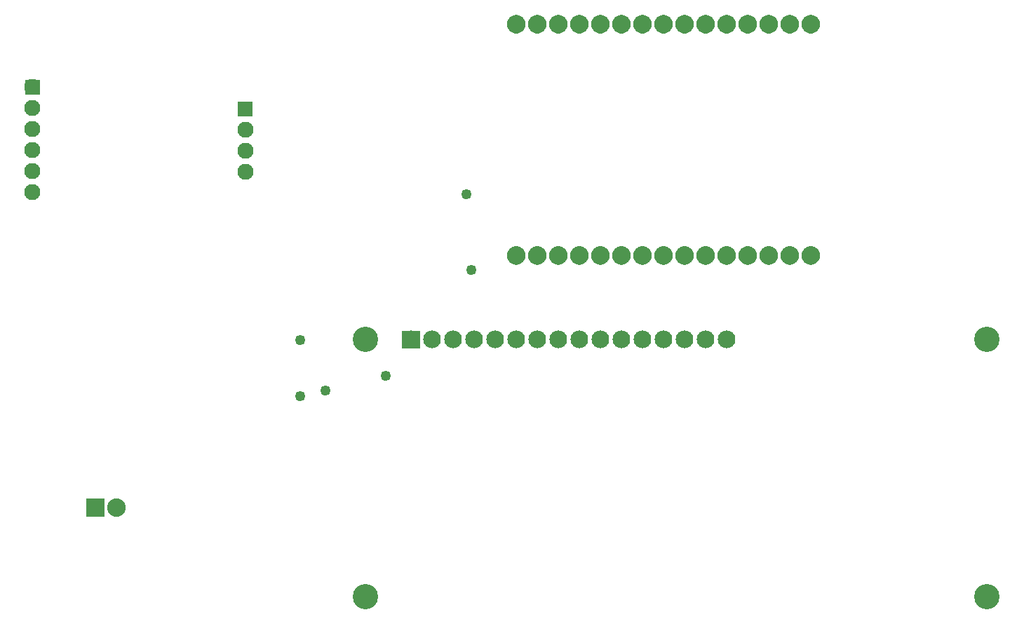
<source format=gts>
G04 MADE WITH FRITZING*
G04 WWW.FRITZING.ORG*
G04 DOUBLE SIDED*
G04 HOLES PLATED*
G04 CONTOUR ON CENTER OF CONTOUR VECTOR*
%ASAXBY*%
%FSLAX23Y23*%
%MOIN*%
%OFA0B0*%
%SFA1.0B1.0*%
%ADD10C,0.076555*%
%ADD11C,0.059194*%
%ADD12C,0.088000*%
%ADD13C,0.084000*%
%ADD14C,0.120236*%
%ADD15C,0.049370*%
%ADD16R,0.088000X0.088000*%
%ADD17R,0.001000X0.001000*%
%LNMASK1*%
G90*
G70*
G54D10*
X493Y2548D03*
X493Y2448D03*
X493Y2348D03*
X493Y2248D03*
X493Y2148D03*
X493Y2648D03*
X1506Y2445D03*
X1506Y2345D03*
G54D11*
X1506Y2545D03*
G54D10*
X1506Y2245D03*
G54D12*
X793Y648D03*
X893Y648D03*
G54D13*
X2293Y1448D03*
X2393Y1448D03*
X2493Y1448D03*
X2593Y1448D03*
X2693Y1448D03*
X2793Y1448D03*
X2893Y1448D03*
X2993Y1448D03*
X3093Y1448D03*
X3193Y1448D03*
X3293Y1448D03*
X3393Y1448D03*
X3493Y1448D03*
X3593Y1448D03*
X3693Y1448D03*
X3793Y1448D03*
G54D14*
X2077Y1448D03*
X2077Y227D03*
X5029Y1448D03*
X5029Y227D03*
G54D13*
X2293Y1448D03*
X2393Y1448D03*
X2493Y1448D03*
X2593Y1448D03*
X2693Y1448D03*
X2793Y1448D03*
X2893Y1448D03*
X2993Y1448D03*
X3093Y1448D03*
X3193Y1448D03*
X3293Y1448D03*
X3393Y1448D03*
X3493Y1448D03*
X3593Y1448D03*
X3693Y1448D03*
X3793Y1448D03*
G54D14*
X2077Y1448D03*
X2077Y227D03*
X5029Y1448D03*
X5029Y227D03*
G54D15*
X1764Y1181D03*
X1884Y1205D03*
X2172Y1277D03*
X2580Y1781D03*
X2556Y2141D03*
X1764Y1445D03*
G54D16*
X793Y648D03*
G54D17*
X2785Y2991D02*
X2800Y2991D01*
X2885Y2991D02*
X2900Y2991D01*
X2985Y2991D02*
X3000Y2991D01*
X3085Y2991D02*
X3100Y2991D01*
X3185Y2991D02*
X3200Y2991D01*
X3285Y2991D02*
X3300Y2991D01*
X3385Y2991D02*
X3400Y2991D01*
X3485Y2991D02*
X3500Y2991D01*
X3585Y2991D02*
X3600Y2991D01*
X3685Y2991D02*
X3700Y2991D01*
X3785Y2991D02*
X3800Y2991D01*
X3885Y2991D02*
X3900Y2991D01*
X3985Y2991D02*
X4000Y2991D01*
X4085Y2991D02*
X4100Y2991D01*
X4185Y2991D02*
X4200Y2991D01*
X2781Y2990D02*
X2804Y2990D01*
X2881Y2990D02*
X2904Y2990D01*
X2981Y2990D02*
X3004Y2990D01*
X3081Y2990D02*
X3104Y2990D01*
X3181Y2990D02*
X3204Y2990D01*
X3281Y2990D02*
X3304Y2990D01*
X3381Y2990D02*
X3404Y2990D01*
X3481Y2990D02*
X3504Y2990D01*
X3581Y2990D02*
X3604Y2990D01*
X3681Y2990D02*
X3704Y2990D01*
X3781Y2990D02*
X3804Y2990D01*
X3881Y2990D02*
X3905Y2990D01*
X3981Y2990D02*
X4004Y2990D01*
X4081Y2990D02*
X4104Y2990D01*
X4181Y2990D02*
X4204Y2990D01*
X2778Y2989D02*
X2807Y2989D01*
X2878Y2989D02*
X2907Y2989D01*
X2978Y2989D02*
X3007Y2989D01*
X3078Y2989D02*
X3107Y2989D01*
X3178Y2989D02*
X3207Y2989D01*
X3278Y2989D02*
X3307Y2989D01*
X3378Y2989D02*
X3407Y2989D01*
X3478Y2989D02*
X3507Y2989D01*
X3577Y2989D02*
X3607Y2989D01*
X3677Y2989D02*
X3707Y2989D01*
X3777Y2989D02*
X3807Y2989D01*
X3878Y2989D02*
X3908Y2989D01*
X3978Y2989D02*
X4007Y2989D01*
X4078Y2989D02*
X4107Y2989D01*
X4177Y2989D02*
X4207Y2989D01*
X2775Y2988D02*
X2810Y2988D01*
X2875Y2988D02*
X2910Y2988D01*
X2975Y2988D02*
X3010Y2988D01*
X3075Y2988D02*
X3110Y2988D01*
X3175Y2988D02*
X3210Y2988D01*
X3275Y2988D02*
X3310Y2988D01*
X3375Y2988D02*
X3410Y2988D01*
X3475Y2988D02*
X3510Y2988D01*
X3575Y2988D02*
X3610Y2988D01*
X3675Y2988D02*
X3710Y2988D01*
X3775Y2988D02*
X3810Y2988D01*
X3875Y2988D02*
X3910Y2988D01*
X3975Y2988D02*
X4010Y2988D01*
X4075Y2988D02*
X4110Y2988D01*
X4175Y2988D02*
X4210Y2988D01*
X2773Y2987D02*
X2812Y2987D01*
X2873Y2987D02*
X2912Y2987D01*
X2973Y2987D02*
X3012Y2987D01*
X3073Y2987D02*
X3112Y2987D01*
X3173Y2987D02*
X3212Y2987D01*
X3273Y2987D02*
X3312Y2987D01*
X3373Y2987D02*
X3412Y2987D01*
X3473Y2987D02*
X3512Y2987D01*
X3573Y2987D02*
X3612Y2987D01*
X3673Y2987D02*
X3712Y2987D01*
X3773Y2987D02*
X3812Y2987D01*
X3873Y2987D02*
X3912Y2987D01*
X3973Y2987D02*
X4012Y2987D01*
X4073Y2987D02*
X4112Y2987D01*
X4173Y2987D02*
X4212Y2987D01*
X2771Y2986D02*
X2814Y2986D01*
X2871Y2986D02*
X2914Y2986D01*
X2971Y2986D02*
X3014Y2986D01*
X3071Y2986D02*
X3114Y2986D01*
X3171Y2986D02*
X3214Y2986D01*
X3271Y2986D02*
X3314Y2986D01*
X3371Y2986D02*
X3414Y2986D01*
X3471Y2986D02*
X3514Y2986D01*
X3571Y2986D02*
X3614Y2986D01*
X3671Y2986D02*
X3714Y2986D01*
X3771Y2986D02*
X3814Y2986D01*
X3872Y2986D02*
X3914Y2986D01*
X3971Y2986D02*
X4014Y2986D01*
X4071Y2986D02*
X4114Y2986D01*
X4171Y2986D02*
X4214Y2986D01*
X2770Y2985D02*
X2815Y2985D01*
X2870Y2985D02*
X2915Y2985D01*
X2970Y2985D02*
X3015Y2985D01*
X3070Y2985D02*
X3115Y2985D01*
X3170Y2985D02*
X3215Y2985D01*
X3270Y2985D02*
X3315Y2985D01*
X3370Y2985D02*
X3415Y2985D01*
X3470Y2985D02*
X3515Y2985D01*
X3570Y2985D02*
X3615Y2985D01*
X3670Y2985D02*
X3715Y2985D01*
X3769Y2985D02*
X3815Y2985D01*
X3870Y2985D02*
X3916Y2985D01*
X3970Y2985D02*
X4015Y2985D01*
X4070Y2985D02*
X4115Y2985D01*
X4169Y2985D02*
X4215Y2985D01*
X2768Y2984D02*
X2817Y2984D01*
X2868Y2984D02*
X2917Y2984D01*
X2968Y2984D02*
X3017Y2984D01*
X3068Y2984D02*
X3117Y2984D01*
X3168Y2984D02*
X3217Y2984D01*
X3268Y2984D02*
X3317Y2984D01*
X3368Y2984D02*
X3417Y2984D01*
X3468Y2984D02*
X3517Y2984D01*
X3568Y2984D02*
X3617Y2984D01*
X3668Y2984D02*
X3717Y2984D01*
X3768Y2984D02*
X3817Y2984D01*
X3868Y2984D02*
X3917Y2984D01*
X3968Y2984D02*
X4017Y2984D01*
X4068Y2984D02*
X4117Y2984D01*
X4168Y2984D02*
X4217Y2984D01*
X2767Y2983D02*
X2818Y2983D01*
X2867Y2983D02*
X2918Y2983D01*
X2967Y2983D02*
X3018Y2983D01*
X3067Y2983D02*
X3118Y2983D01*
X3167Y2983D02*
X3218Y2983D01*
X3267Y2983D02*
X3318Y2983D01*
X3367Y2983D02*
X3418Y2983D01*
X3467Y2983D02*
X3518Y2983D01*
X3567Y2983D02*
X3618Y2983D01*
X3667Y2983D02*
X3718Y2983D01*
X3767Y2983D02*
X3818Y2983D01*
X3867Y2983D02*
X3919Y2983D01*
X3967Y2983D02*
X4018Y2983D01*
X4067Y2983D02*
X4118Y2983D01*
X4167Y2983D02*
X4218Y2983D01*
X2765Y2982D02*
X2820Y2982D01*
X2865Y2982D02*
X2920Y2982D01*
X2965Y2982D02*
X3020Y2982D01*
X3065Y2982D02*
X3120Y2982D01*
X3165Y2982D02*
X3220Y2982D01*
X3265Y2982D02*
X3319Y2982D01*
X3365Y2982D02*
X3419Y2982D01*
X3465Y2982D02*
X3519Y2982D01*
X3565Y2982D02*
X3619Y2982D01*
X3665Y2982D02*
X3719Y2982D01*
X3765Y2982D02*
X3819Y2982D01*
X3866Y2982D02*
X3920Y2982D01*
X3966Y2982D02*
X4020Y2982D01*
X4065Y2982D02*
X4120Y2982D01*
X4165Y2982D02*
X4219Y2982D01*
X2764Y2981D02*
X2821Y2981D01*
X2864Y2981D02*
X2921Y2981D01*
X2964Y2981D02*
X3021Y2981D01*
X3064Y2981D02*
X3121Y2981D01*
X3164Y2981D02*
X3221Y2981D01*
X3264Y2981D02*
X3321Y2981D01*
X3364Y2981D02*
X3421Y2981D01*
X3464Y2981D02*
X3521Y2981D01*
X3564Y2981D02*
X3621Y2981D01*
X3664Y2981D02*
X3721Y2981D01*
X3764Y2981D02*
X3821Y2981D01*
X3864Y2981D02*
X3921Y2981D01*
X3964Y2981D02*
X4021Y2981D01*
X4064Y2981D02*
X4121Y2981D01*
X4164Y2981D02*
X4221Y2981D01*
X2763Y2980D02*
X2822Y2980D01*
X2863Y2980D02*
X2922Y2980D01*
X2963Y2980D02*
X3022Y2980D01*
X3063Y2980D02*
X3122Y2980D01*
X3163Y2980D02*
X3222Y2980D01*
X3263Y2980D02*
X3322Y2980D01*
X3363Y2980D02*
X3422Y2980D01*
X3463Y2980D02*
X3522Y2980D01*
X3563Y2980D02*
X3622Y2980D01*
X3663Y2980D02*
X3722Y2980D01*
X3763Y2980D02*
X3822Y2980D01*
X3863Y2980D02*
X3922Y2980D01*
X3963Y2980D02*
X4022Y2980D01*
X4063Y2980D02*
X4122Y2980D01*
X4163Y2980D02*
X4222Y2980D01*
X2762Y2979D02*
X2823Y2979D01*
X2862Y2979D02*
X2923Y2979D01*
X2962Y2979D02*
X3023Y2979D01*
X3062Y2979D02*
X3123Y2979D01*
X3162Y2979D02*
X3223Y2979D01*
X3262Y2979D02*
X3323Y2979D01*
X3362Y2979D02*
X3423Y2979D01*
X3462Y2979D02*
X3523Y2979D01*
X3562Y2979D02*
X3623Y2979D01*
X3662Y2979D02*
X3723Y2979D01*
X3762Y2979D02*
X3823Y2979D01*
X3862Y2979D02*
X3923Y2979D01*
X3962Y2979D02*
X4023Y2979D01*
X4062Y2979D02*
X4123Y2979D01*
X4162Y2979D02*
X4223Y2979D01*
X2761Y2978D02*
X2824Y2978D01*
X2861Y2978D02*
X2924Y2978D01*
X2961Y2978D02*
X3024Y2978D01*
X3061Y2978D02*
X3124Y2978D01*
X3161Y2978D02*
X3224Y2978D01*
X3261Y2978D02*
X3324Y2978D01*
X3361Y2978D02*
X3424Y2978D01*
X3461Y2978D02*
X3524Y2978D01*
X3561Y2978D02*
X3624Y2978D01*
X3661Y2978D02*
X3724Y2978D01*
X3761Y2978D02*
X3824Y2978D01*
X3861Y2978D02*
X3924Y2978D01*
X3961Y2978D02*
X4024Y2978D01*
X4061Y2978D02*
X4124Y2978D01*
X4161Y2978D02*
X4224Y2978D01*
X2760Y2977D02*
X2825Y2977D01*
X2860Y2977D02*
X2925Y2977D01*
X2960Y2977D02*
X3025Y2977D01*
X3060Y2977D02*
X3125Y2977D01*
X3160Y2977D02*
X3225Y2977D01*
X3260Y2977D02*
X3325Y2977D01*
X3360Y2977D02*
X3425Y2977D01*
X3460Y2977D02*
X3525Y2977D01*
X3560Y2977D02*
X3625Y2977D01*
X3660Y2977D02*
X3725Y2977D01*
X3760Y2977D02*
X3825Y2977D01*
X3860Y2977D02*
X3925Y2977D01*
X3960Y2977D02*
X4025Y2977D01*
X4060Y2977D02*
X4125Y2977D01*
X4160Y2977D02*
X4225Y2977D01*
X2759Y2976D02*
X2826Y2976D01*
X2859Y2976D02*
X2926Y2976D01*
X2959Y2976D02*
X3026Y2976D01*
X3059Y2976D02*
X3126Y2976D01*
X3159Y2976D02*
X3226Y2976D01*
X3259Y2976D02*
X3326Y2976D01*
X3359Y2976D02*
X3426Y2976D01*
X3459Y2976D02*
X3526Y2976D01*
X3559Y2976D02*
X3626Y2976D01*
X3659Y2976D02*
X3726Y2976D01*
X3759Y2976D02*
X3826Y2976D01*
X3860Y2976D02*
X3926Y2976D01*
X3959Y2976D02*
X4026Y2976D01*
X4059Y2976D02*
X4126Y2976D01*
X4159Y2976D02*
X4226Y2976D01*
X2758Y2975D02*
X2826Y2975D01*
X2858Y2975D02*
X2926Y2975D01*
X2958Y2975D02*
X3026Y2975D01*
X3058Y2975D02*
X3126Y2975D01*
X3158Y2975D02*
X3226Y2975D01*
X3258Y2975D02*
X3326Y2975D01*
X3358Y2975D02*
X3426Y2975D01*
X3458Y2975D02*
X3526Y2975D01*
X3558Y2975D02*
X3626Y2975D01*
X3658Y2975D02*
X3726Y2975D01*
X3758Y2975D02*
X3826Y2975D01*
X3859Y2975D02*
X3927Y2975D01*
X3959Y2975D02*
X4027Y2975D01*
X4058Y2975D02*
X4126Y2975D01*
X4158Y2975D02*
X4226Y2975D01*
X2758Y2974D02*
X2827Y2974D01*
X2858Y2974D02*
X2927Y2974D01*
X2958Y2974D02*
X3027Y2974D01*
X3058Y2974D02*
X3127Y2974D01*
X3158Y2974D02*
X3227Y2974D01*
X3258Y2974D02*
X3327Y2974D01*
X3358Y2974D02*
X3427Y2974D01*
X3458Y2974D02*
X3527Y2974D01*
X3558Y2974D02*
X3627Y2974D01*
X3658Y2974D02*
X3727Y2974D01*
X3758Y2974D02*
X3827Y2974D01*
X3858Y2974D02*
X3927Y2974D01*
X3958Y2974D02*
X4027Y2974D01*
X4058Y2974D02*
X4127Y2974D01*
X4158Y2974D02*
X4227Y2974D01*
X2757Y2973D02*
X2828Y2973D01*
X2857Y2973D02*
X2928Y2973D01*
X2957Y2973D02*
X3028Y2973D01*
X3057Y2973D02*
X3128Y2973D01*
X3157Y2973D02*
X3228Y2973D01*
X3257Y2973D02*
X3328Y2973D01*
X3357Y2973D02*
X3428Y2973D01*
X3457Y2973D02*
X3528Y2973D01*
X3557Y2973D02*
X3628Y2973D01*
X3657Y2973D02*
X3728Y2973D01*
X3757Y2973D02*
X3828Y2973D01*
X3857Y2973D02*
X3928Y2973D01*
X3957Y2973D02*
X4028Y2973D01*
X4057Y2973D02*
X4128Y2973D01*
X4157Y2973D02*
X4228Y2973D01*
X2756Y2972D02*
X2829Y2972D01*
X2856Y2972D02*
X2929Y2972D01*
X2956Y2972D02*
X3029Y2972D01*
X3056Y2972D02*
X3129Y2972D01*
X3156Y2972D02*
X3229Y2972D01*
X3256Y2972D02*
X3329Y2972D01*
X3356Y2972D02*
X3429Y2972D01*
X3456Y2972D02*
X3528Y2972D01*
X3556Y2972D02*
X3628Y2972D01*
X3656Y2972D02*
X3728Y2972D01*
X3756Y2972D02*
X3828Y2972D01*
X3857Y2972D02*
X3929Y2972D01*
X3956Y2972D02*
X4029Y2972D01*
X4056Y2972D02*
X4129Y2972D01*
X4156Y2972D02*
X4228Y2972D01*
X2756Y2971D02*
X2829Y2971D01*
X2856Y2971D02*
X2929Y2971D01*
X2956Y2971D02*
X3029Y2971D01*
X3056Y2971D02*
X3129Y2971D01*
X3156Y2971D02*
X3229Y2971D01*
X3256Y2971D02*
X3329Y2971D01*
X3356Y2971D02*
X3429Y2971D01*
X3456Y2971D02*
X3529Y2971D01*
X3556Y2971D02*
X3629Y2971D01*
X3656Y2971D02*
X3729Y2971D01*
X3756Y2971D02*
X3829Y2971D01*
X3856Y2971D02*
X3930Y2971D01*
X3956Y2971D02*
X4029Y2971D01*
X4056Y2971D02*
X4129Y2971D01*
X4156Y2971D02*
X4229Y2971D01*
X2755Y2970D02*
X2830Y2970D01*
X2855Y2970D02*
X2930Y2970D01*
X2955Y2970D02*
X3030Y2970D01*
X3055Y2970D02*
X3130Y2970D01*
X3155Y2970D02*
X3230Y2970D01*
X3255Y2970D02*
X3330Y2970D01*
X3355Y2970D02*
X3430Y2970D01*
X3455Y2970D02*
X3530Y2970D01*
X3555Y2970D02*
X3630Y2970D01*
X3655Y2970D02*
X3730Y2970D01*
X3755Y2970D02*
X3830Y2970D01*
X3855Y2970D02*
X3930Y2970D01*
X3955Y2970D02*
X4030Y2970D01*
X4055Y2970D02*
X4130Y2970D01*
X4155Y2970D02*
X4230Y2970D01*
X2754Y2969D02*
X2830Y2969D01*
X2854Y2969D02*
X2930Y2969D01*
X2954Y2969D02*
X3030Y2969D01*
X3054Y2969D02*
X3130Y2969D01*
X3154Y2969D02*
X3230Y2969D01*
X3254Y2969D02*
X3330Y2969D01*
X3354Y2969D02*
X3430Y2969D01*
X3454Y2969D02*
X3530Y2969D01*
X3554Y2969D02*
X3630Y2969D01*
X3654Y2969D02*
X3730Y2969D01*
X3754Y2969D02*
X3830Y2969D01*
X3855Y2969D02*
X3931Y2969D01*
X3955Y2969D02*
X4031Y2969D01*
X4054Y2969D02*
X4130Y2969D01*
X4154Y2969D02*
X4230Y2969D01*
X2754Y2968D02*
X2831Y2968D01*
X2854Y2968D02*
X2931Y2968D01*
X2954Y2968D02*
X3031Y2968D01*
X3054Y2968D02*
X3131Y2968D01*
X3154Y2968D02*
X3231Y2968D01*
X3254Y2968D02*
X3331Y2968D01*
X3354Y2968D02*
X3431Y2968D01*
X3454Y2968D02*
X3531Y2968D01*
X3554Y2968D02*
X3631Y2968D01*
X3654Y2968D02*
X3731Y2968D01*
X3754Y2968D02*
X3831Y2968D01*
X3854Y2968D02*
X3931Y2968D01*
X3954Y2968D02*
X4031Y2968D01*
X4054Y2968D02*
X4131Y2968D01*
X4154Y2968D02*
X4231Y2968D01*
X2753Y2967D02*
X2831Y2967D01*
X2853Y2967D02*
X2931Y2967D01*
X2953Y2967D02*
X3031Y2967D01*
X3053Y2967D02*
X3131Y2967D01*
X3153Y2967D02*
X3231Y2967D01*
X3253Y2967D02*
X3331Y2967D01*
X3353Y2967D02*
X3431Y2967D01*
X3453Y2967D02*
X3531Y2967D01*
X3553Y2967D02*
X3631Y2967D01*
X3653Y2967D02*
X3731Y2967D01*
X3753Y2967D02*
X3831Y2967D01*
X3854Y2967D02*
X3932Y2967D01*
X3954Y2967D02*
X4032Y2967D01*
X4053Y2967D02*
X4131Y2967D01*
X4153Y2967D02*
X4231Y2967D01*
X2753Y2966D02*
X2832Y2966D01*
X2853Y2966D02*
X2932Y2966D01*
X2953Y2966D02*
X3032Y2966D01*
X3053Y2966D02*
X3132Y2966D01*
X3153Y2966D02*
X3232Y2966D01*
X3253Y2966D02*
X3332Y2966D01*
X3353Y2966D02*
X3432Y2966D01*
X3453Y2966D02*
X3532Y2966D01*
X3553Y2966D02*
X3632Y2966D01*
X3653Y2966D02*
X3732Y2966D01*
X3753Y2966D02*
X3832Y2966D01*
X3853Y2966D02*
X3932Y2966D01*
X3953Y2966D02*
X4032Y2966D01*
X4053Y2966D02*
X4132Y2966D01*
X4153Y2966D02*
X4232Y2966D01*
X2752Y2965D02*
X2832Y2965D01*
X2852Y2965D02*
X2932Y2965D01*
X2952Y2965D02*
X3032Y2965D01*
X3052Y2965D02*
X3132Y2965D01*
X3152Y2965D02*
X3232Y2965D01*
X3252Y2965D02*
X3332Y2965D01*
X3352Y2965D02*
X3432Y2965D01*
X3452Y2965D02*
X3532Y2965D01*
X3552Y2965D02*
X3632Y2965D01*
X3652Y2965D02*
X3732Y2965D01*
X3752Y2965D02*
X3832Y2965D01*
X3853Y2965D02*
X3933Y2965D01*
X3953Y2965D02*
X4033Y2965D01*
X4052Y2965D02*
X4132Y2965D01*
X4152Y2965D02*
X4232Y2965D01*
X2752Y2964D02*
X2833Y2964D01*
X2852Y2964D02*
X2933Y2964D01*
X2952Y2964D02*
X3033Y2964D01*
X3052Y2964D02*
X3133Y2964D01*
X3152Y2964D02*
X3233Y2964D01*
X3252Y2964D02*
X3333Y2964D01*
X3352Y2964D02*
X3433Y2964D01*
X3452Y2964D02*
X3533Y2964D01*
X3552Y2964D02*
X3633Y2964D01*
X3652Y2964D02*
X3733Y2964D01*
X3752Y2964D02*
X3833Y2964D01*
X3852Y2964D02*
X3933Y2964D01*
X3952Y2964D02*
X4033Y2964D01*
X4052Y2964D02*
X4133Y2964D01*
X4152Y2964D02*
X4233Y2964D01*
X2752Y2963D02*
X2833Y2963D01*
X2852Y2963D02*
X2933Y2963D01*
X2952Y2963D02*
X3033Y2963D01*
X3052Y2963D02*
X3133Y2963D01*
X3152Y2963D02*
X3233Y2963D01*
X3252Y2963D02*
X3333Y2963D01*
X3352Y2963D02*
X3433Y2963D01*
X3452Y2963D02*
X3533Y2963D01*
X3552Y2963D02*
X3633Y2963D01*
X3652Y2963D02*
X3733Y2963D01*
X3752Y2963D02*
X3833Y2963D01*
X3852Y2963D02*
X3933Y2963D01*
X3952Y2963D02*
X4033Y2963D01*
X4052Y2963D02*
X4133Y2963D01*
X4152Y2963D02*
X4233Y2963D01*
X2751Y2962D02*
X2833Y2962D01*
X2851Y2962D02*
X2933Y2962D01*
X2951Y2962D02*
X3033Y2962D01*
X3051Y2962D02*
X3133Y2962D01*
X3151Y2962D02*
X3233Y2962D01*
X3251Y2962D02*
X3333Y2962D01*
X3351Y2962D02*
X3433Y2962D01*
X3451Y2962D02*
X3533Y2962D01*
X3551Y2962D02*
X3633Y2962D01*
X3651Y2962D02*
X3733Y2962D01*
X3751Y2962D02*
X3833Y2962D01*
X3852Y2962D02*
X3934Y2962D01*
X3952Y2962D02*
X4034Y2962D01*
X4051Y2962D02*
X4134Y2962D01*
X4151Y2962D02*
X4233Y2962D01*
X2751Y2961D02*
X2834Y2961D01*
X2851Y2961D02*
X2934Y2961D01*
X2951Y2961D02*
X3034Y2961D01*
X3051Y2961D02*
X3134Y2961D01*
X3151Y2961D02*
X3234Y2961D01*
X3251Y2961D02*
X3334Y2961D01*
X3351Y2961D02*
X3434Y2961D01*
X3451Y2961D02*
X3534Y2961D01*
X3551Y2961D02*
X3634Y2961D01*
X3651Y2961D02*
X3734Y2961D01*
X3751Y2961D02*
X3834Y2961D01*
X3851Y2961D02*
X3934Y2961D01*
X3951Y2961D02*
X4034Y2961D01*
X4051Y2961D02*
X4134Y2961D01*
X4151Y2961D02*
X4234Y2961D01*
X2751Y2960D02*
X2834Y2960D01*
X2851Y2960D02*
X2934Y2960D01*
X2951Y2960D02*
X3034Y2960D01*
X3051Y2960D02*
X3134Y2960D01*
X3151Y2960D02*
X3234Y2960D01*
X3251Y2960D02*
X3334Y2960D01*
X3351Y2960D02*
X3434Y2960D01*
X3451Y2960D02*
X3534Y2960D01*
X3551Y2960D02*
X3634Y2960D01*
X3651Y2960D02*
X3734Y2960D01*
X3751Y2960D02*
X3834Y2960D01*
X3851Y2960D02*
X3934Y2960D01*
X3951Y2960D02*
X4034Y2960D01*
X4051Y2960D02*
X4134Y2960D01*
X4151Y2960D02*
X4234Y2960D01*
X2751Y2959D02*
X2834Y2959D01*
X2851Y2959D02*
X2934Y2959D01*
X2951Y2959D02*
X3034Y2959D01*
X3051Y2959D02*
X3134Y2959D01*
X3150Y2959D02*
X3234Y2959D01*
X3250Y2959D02*
X3334Y2959D01*
X3350Y2959D02*
X3434Y2959D01*
X3450Y2959D02*
X3534Y2959D01*
X3550Y2959D02*
X3634Y2959D01*
X3650Y2959D02*
X3734Y2959D01*
X3750Y2959D02*
X3834Y2959D01*
X3851Y2959D02*
X3935Y2959D01*
X3951Y2959D02*
X4035Y2959D01*
X4051Y2959D02*
X4134Y2959D01*
X4150Y2959D02*
X4234Y2959D01*
X2750Y2958D02*
X2835Y2958D01*
X2850Y2958D02*
X2935Y2958D01*
X2950Y2958D02*
X3035Y2958D01*
X3050Y2958D02*
X3135Y2958D01*
X3150Y2958D02*
X3235Y2958D01*
X3250Y2958D02*
X3335Y2958D01*
X3350Y2958D02*
X3435Y2958D01*
X3450Y2958D02*
X3535Y2958D01*
X3550Y2958D02*
X3635Y2958D01*
X3650Y2958D02*
X3734Y2958D01*
X3750Y2958D02*
X3834Y2958D01*
X3851Y2958D02*
X3935Y2958D01*
X3950Y2958D02*
X4035Y2958D01*
X4050Y2958D02*
X4135Y2958D01*
X4150Y2958D02*
X4234Y2958D01*
X2750Y2957D02*
X2835Y2957D01*
X2850Y2957D02*
X2935Y2957D01*
X2950Y2957D02*
X3035Y2957D01*
X3050Y2957D02*
X3135Y2957D01*
X3150Y2957D02*
X3235Y2957D01*
X3250Y2957D02*
X3335Y2957D01*
X3350Y2957D02*
X3435Y2957D01*
X3450Y2957D02*
X3535Y2957D01*
X3550Y2957D02*
X3635Y2957D01*
X3650Y2957D02*
X3735Y2957D01*
X3750Y2957D02*
X3835Y2957D01*
X3850Y2957D02*
X3935Y2957D01*
X3950Y2957D02*
X4035Y2957D01*
X4050Y2957D02*
X4135Y2957D01*
X4150Y2957D02*
X4235Y2957D01*
X2750Y2956D02*
X2835Y2956D01*
X2850Y2956D02*
X2935Y2956D01*
X2950Y2956D02*
X3035Y2956D01*
X3050Y2956D02*
X3135Y2956D01*
X3150Y2956D02*
X3235Y2956D01*
X3250Y2956D02*
X3335Y2956D01*
X3350Y2956D02*
X3435Y2956D01*
X3450Y2956D02*
X3535Y2956D01*
X3550Y2956D02*
X3635Y2956D01*
X3650Y2956D02*
X3735Y2956D01*
X3750Y2956D02*
X3835Y2956D01*
X3850Y2956D02*
X3935Y2956D01*
X3950Y2956D02*
X4035Y2956D01*
X4050Y2956D02*
X4135Y2956D01*
X4150Y2956D02*
X4235Y2956D01*
X2750Y2955D02*
X2835Y2955D01*
X2850Y2955D02*
X2935Y2955D01*
X2950Y2955D02*
X3035Y2955D01*
X3050Y2955D02*
X3135Y2955D01*
X3150Y2955D02*
X3235Y2955D01*
X3250Y2955D02*
X3335Y2955D01*
X3350Y2955D02*
X3435Y2955D01*
X3450Y2955D02*
X3535Y2955D01*
X3550Y2955D02*
X3635Y2955D01*
X3650Y2955D02*
X3735Y2955D01*
X3750Y2955D02*
X3835Y2955D01*
X3850Y2955D02*
X3936Y2955D01*
X3950Y2955D02*
X4035Y2955D01*
X4050Y2955D02*
X4135Y2955D01*
X4150Y2955D02*
X4235Y2955D01*
X2750Y2954D02*
X2835Y2954D01*
X2850Y2954D02*
X2935Y2954D01*
X2950Y2954D02*
X3035Y2954D01*
X3050Y2954D02*
X3135Y2954D01*
X3149Y2954D02*
X3235Y2954D01*
X3249Y2954D02*
X3335Y2954D01*
X3349Y2954D02*
X3435Y2954D01*
X3449Y2954D02*
X3535Y2954D01*
X3549Y2954D02*
X3635Y2954D01*
X3649Y2954D02*
X3735Y2954D01*
X3749Y2954D02*
X3835Y2954D01*
X3850Y2954D02*
X3936Y2954D01*
X3950Y2954D02*
X4036Y2954D01*
X4050Y2954D02*
X4135Y2954D01*
X4149Y2954D02*
X4235Y2954D01*
X2749Y2953D02*
X2835Y2953D01*
X2849Y2953D02*
X2935Y2953D01*
X2949Y2953D02*
X3035Y2953D01*
X3049Y2953D02*
X3135Y2953D01*
X3149Y2953D02*
X3235Y2953D01*
X3249Y2953D02*
X3335Y2953D01*
X3349Y2953D02*
X3435Y2953D01*
X3449Y2953D02*
X3535Y2953D01*
X3549Y2953D02*
X3635Y2953D01*
X3649Y2953D02*
X3735Y2953D01*
X3749Y2953D02*
X3835Y2953D01*
X3850Y2953D02*
X3936Y2953D01*
X3950Y2953D02*
X4036Y2953D01*
X4049Y2953D02*
X4136Y2953D01*
X4149Y2953D02*
X4235Y2953D01*
X2749Y2952D02*
X2836Y2952D01*
X2849Y2952D02*
X2936Y2952D01*
X2949Y2952D02*
X3036Y2952D01*
X3049Y2952D02*
X3136Y2952D01*
X3149Y2952D02*
X3236Y2952D01*
X3249Y2952D02*
X3336Y2952D01*
X3349Y2952D02*
X3436Y2952D01*
X3449Y2952D02*
X3536Y2952D01*
X3549Y2952D02*
X3636Y2952D01*
X3649Y2952D02*
X3736Y2952D01*
X3749Y2952D02*
X3836Y2952D01*
X3850Y2952D02*
X3936Y2952D01*
X3949Y2952D02*
X4036Y2952D01*
X4049Y2952D02*
X4136Y2952D01*
X4149Y2952D02*
X4235Y2952D01*
X2749Y2951D02*
X2836Y2951D01*
X2849Y2951D02*
X2936Y2951D01*
X2949Y2951D02*
X3036Y2951D01*
X3049Y2951D02*
X3136Y2951D01*
X3149Y2951D02*
X3236Y2951D01*
X3249Y2951D02*
X3336Y2951D01*
X3349Y2951D02*
X3436Y2951D01*
X3449Y2951D02*
X3536Y2951D01*
X3549Y2951D02*
X3636Y2951D01*
X3649Y2951D02*
X3736Y2951D01*
X3749Y2951D02*
X3836Y2951D01*
X3850Y2951D02*
X3936Y2951D01*
X3949Y2951D02*
X4036Y2951D01*
X4049Y2951D02*
X4136Y2951D01*
X4149Y2951D02*
X4236Y2951D01*
X2749Y2950D02*
X2836Y2950D01*
X2849Y2950D02*
X2936Y2950D01*
X2949Y2950D02*
X3036Y2950D01*
X3049Y2950D02*
X3136Y2950D01*
X3149Y2950D02*
X3236Y2950D01*
X3249Y2950D02*
X3336Y2950D01*
X3349Y2950D02*
X3436Y2950D01*
X3449Y2950D02*
X3536Y2950D01*
X3549Y2950D02*
X3636Y2950D01*
X3649Y2950D02*
X3736Y2950D01*
X3749Y2950D02*
X3836Y2950D01*
X3849Y2950D02*
X3936Y2950D01*
X3949Y2950D02*
X4036Y2950D01*
X4049Y2950D02*
X4136Y2950D01*
X4149Y2950D02*
X4236Y2950D01*
X2749Y2949D02*
X2836Y2949D01*
X2849Y2949D02*
X2936Y2949D01*
X2949Y2949D02*
X3036Y2949D01*
X3049Y2949D02*
X3136Y2949D01*
X3149Y2949D02*
X3236Y2949D01*
X3249Y2949D02*
X3336Y2949D01*
X3349Y2949D02*
X3436Y2949D01*
X3449Y2949D02*
X3536Y2949D01*
X3549Y2949D02*
X3636Y2949D01*
X3649Y2949D02*
X3736Y2949D01*
X3749Y2949D02*
X3836Y2949D01*
X3849Y2949D02*
X3936Y2949D01*
X3949Y2949D02*
X4036Y2949D01*
X4049Y2949D02*
X4136Y2949D01*
X4149Y2949D02*
X4236Y2949D01*
X2749Y2948D02*
X2836Y2948D01*
X2849Y2948D02*
X2936Y2948D01*
X2949Y2948D02*
X3036Y2948D01*
X3049Y2948D02*
X3136Y2948D01*
X3149Y2948D02*
X3236Y2948D01*
X3249Y2948D02*
X3336Y2948D01*
X3349Y2948D02*
X3436Y2948D01*
X3449Y2948D02*
X3536Y2948D01*
X3549Y2948D02*
X3636Y2948D01*
X3649Y2948D02*
X3736Y2948D01*
X3749Y2948D02*
X3836Y2948D01*
X3849Y2948D02*
X3936Y2948D01*
X3949Y2948D02*
X4036Y2948D01*
X4049Y2948D02*
X4136Y2948D01*
X4149Y2948D02*
X4236Y2948D01*
X2749Y2947D02*
X2836Y2947D01*
X2849Y2947D02*
X2936Y2947D01*
X2949Y2947D02*
X3036Y2947D01*
X3049Y2947D02*
X3136Y2947D01*
X3149Y2947D02*
X3236Y2947D01*
X3249Y2947D02*
X3336Y2947D01*
X3349Y2947D02*
X3436Y2947D01*
X3449Y2947D02*
X3536Y2947D01*
X3549Y2947D02*
X3636Y2947D01*
X3649Y2947D02*
X3736Y2947D01*
X3749Y2947D02*
X3836Y2947D01*
X3849Y2947D02*
X3936Y2947D01*
X3949Y2947D02*
X4036Y2947D01*
X4049Y2947D02*
X4136Y2947D01*
X4149Y2947D02*
X4236Y2947D01*
X2749Y2946D02*
X2836Y2946D01*
X2849Y2946D02*
X2936Y2946D01*
X2949Y2946D02*
X3036Y2946D01*
X3049Y2946D02*
X3136Y2946D01*
X3149Y2946D02*
X3236Y2946D01*
X3249Y2946D02*
X3336Y2946D01*
X3349Y2946D02*
X3436Y2946D01*
X3449Y2946D02*
X3536Y2946D01*
X3549Y2946D02*
X3636Y2946D01*
X3649Y2946D02*
X3736Y2946D01*
X3749Y2946D02*
X3836Y2946D01*
X3849Y2946D02*
X3936Y2946D01*
X3949Y2946D02*
X4036Y2946D01*
X4049Y2946D02*
X4136Y2946D01*
X4149Y2946D02*
X4236Y2946D01*
X2749Y2945D02*
X2836Y2945D01*
X2849Y2945D02*
X2936Y2945D01*
X2949Y2945D02*
X3036Y2945D01*
X3049Y2945D02*
X3136Y2945D01*
X3149Y2945D02*
X3236Y2945D01*
X3249Y2945D02*
X3336Y2945D01*
X3349Y2945D02*
X3436Y2945D01*
X3449Y2945D02*
X3536Y2945D01*
X3549Y2945D02*
X3636Y2945D01*
X3649Y2945D02*
X3736Y2945D01*
X3749Y2945D02*
X3836Y2945D01*
X3850Y2945D02*
X3936Y2945D01*
X3949Y2945D02*
X4036Y2945D01*
X4049Y2945D02*
X4136Y2945D01*
X4149Y2945D02*
X4236Y2945D01*
X2749Y2944D02*
X2836Y2944D01*
X2849Y2944D02*
X2936Y2944D01*
X2949Y2944D02*
X3036Y2944D01*
X3049Y2944D02*
X3136Y2944D01*
X3149Y2944D02*
X3236Y2944D01*
X3249Y2944D02*
X3336Y2944D01*
X3349Y2944D02*
X3436Y2944D01*
X3449Y2944D02*
X3536Y2944D01*
X3549Y2944D02*
X3636Y2944D01*
X3649Y2944D02*
X3736Y2944D01*
X3749Y2944D02*
X3836Y2944D01*
X3850Y2944D02*
X3936Y2944D01*
X3949Y2944D02*
X4036Y2944D01*
X4049Y2944D02*
X4136Y2944D01*
X4149Y2944D02*
X4235Y2944D01*
X2749Y2943D02*
X2836Y2943D01*
X2849Y2943D02*
X2936Y2943D01*
X2949Y2943D02*
X3036Y2943D01*
X3049Y2943D02*
X3135Y2943D01*
X3149Y2943D02*
X3235Y2943D01*
X3249Y2943D02*
X3335Y2943D01*
X3349Y2943D02*
X3435Y2943D01*
X3449Y2943D02*
X3535Y2943D01*
X3549Y2943D02*
X3635Y2943D01*
X3649Y2943D02*
X3735Y2943D01*
X3749Y2943D02*
X3835Y2943D01*
X3850Y2943D02*
X3936Y2943D01*
X3950Y2943D02*
X4036Y2943D01*
X4049Y2943D02*
X4136Y2943D01*
X4149Y2943D02*
X4235Y2943D01*
X2750Y2942D02*
X2835Y2942D01*
X2849Y2942D02*
X2935Y2942D01*
X2949Y2942D02*
X3035Y2942D01*
X3049Y2942D02*
X3135Y2942D01*
X3149Y2942D02*
X3235Y2942D01*
X3249Y2942D02*
X3335Y2942D01*
X3349Y2942D02*
X3435Y2942D01*
X3449Y2942D02*
X3535Y2942D01*
X3549Y2942D02*
X3635Y2942D01*
X3649Y2942D02*
X3735Y2942D01*
X3749Y2942D02*
X3835Y2942D01*
X3850Y2942D02*
X3936Y2942D01*
X3950Y2942D02*
X4036Y2942D01*
X4050Y2942D02*
X4135Y2942D01*
X4149Y2942D02*
X4235Y2942D01*
X2750Y2941D02*
X2835Y2941D01*
X2850Y2941D02*
X2935Y2941D01*
X2950Y2941D02*
X3035Y2941D01*
X3050Y2941D02*
X3135Y2941D01*
X3150Y2941D02*
X3235Y2941D01*
X3250Y2941D02*
X3335Y2941D01*
X3350Y2941D02*
X3435Y2941D01*
X3450Y2941D02*
X3535Y2941D01*
X3550Y2941D02*
X3635Y2941D01*
X3650Y2941D02*
X3735Y2941D01*
X3750Y2941D02*
X3835Y2941D01*
X3850Y2941D02*
X3936Y2941D01*
X3950Y2941D02*
X4035Y2941D01*
X4050Y2941D02*
X4135Y2941D01*
X4150Y2941D02*
X4235Y2941D01*
X2750Y2940D02*
X2835Y2940D01*
X2850Y2940D02*
X2935Y2940D01*
X2950Y2940D02*
X3035Y2940D01*
X3050Y2940D02*
X3135Y2940D01*
X3150Y2940D02*
X3235Y2940D01*
X3250Y2940D02*
X3335Y2940D01*
X3350Y2940D02*
X3435Y2940D01*
X3450Y2940D02*
X3535Y2940D01*
X3550Y2940D02*
X3635Y2940D01*
X3650Y2940D02*
X3735Y2940D01*
X3750Y2940D02*
X3835Y2940D01*
X3850Y2940D02*
X3935Y2940D01*
X3950Y2940D02*
X4035Y2940D01*
X4050Y2940D02*
X4135Y2940D01*
X4150Y2940D02*
X4235Y2940D01*
X2750Y2939D02*
X2835Y2939D01*
X2850Y2939D02*
X2935Y2939D01*
X2950Y2939D02*
X3035Y2939D01*
X3050Y2939D02*
X3135Y2939D01*
X3150Y2939D02*
X3235Y2939D01*
X3250Y2939D02*
X3335Y2939D01*
X3350Y2939D02*
X3435Y2939D01*
X3450Y2939D02*
X3535Y2939D01*
X3550Y2939D02*
X3635Y2939D01*
X3650Y2939D02*
X3735Y2939D01*
X3750Y2939D02*
X3835Y2939D01*
X3850Y2939D02*
X3935Y2939D01*
X3950Y2939D02*
X4035Y2939D01*
X4050Y2939D02*
X4135Y2939D01*
X4150Y2939D02*
X4235Y2939D01*
X2750Y2938D02*
X2835Y2938D01*
X2850Y2938D02*
X2935Y2938D01*
X2950Y2938D02*
X3035Y2938D01*
X3050Y2938D02*
X3135Y2938D01*
X3150Y2938D02*
X3235Y2938D01*
X3250Y2938D02*
X3335Y2938D01*
X3350Y2938D02*
X3435Y2938D01*
X3450Y2938D02*
X3535Y2938D01*
X3550Y2938D02*
X3635Y2938D01*
X3650Y2938D02*
X3735Y2938D01*
X3750Y2938D02*
X3835Y2938D01*
X3851Y2938D02*
X3935Y2938D01*
X3950Y2938D02*
X4035Y2938D01*
X4050Y2938D02*
X4135Y2938D01*
X4150Y2938D02*
X4234Y2938D01*
X2750Y2937D02*
X2834Y2937D01*
X2850Y2937D02*
X2934Y2937D01*
X2950Y2937D02*
X3034Y2937D01*
X3050Y2937D02*
X3134Y2937D01*
X3150Y2937D02*
X3234Y2937D01*
X3250Y2937D02*
X3334Y2937D01*
X3350Y2937D02*
X3434Y2937D01*
X3450Y2937D02*
X3534Y2937D01*
X3550Y2937D02*
X3634Y2937D01*
X3650Y2937D02*
X3734Y2937D01*
X3750Y2937D02*
X3834Y2937D01*
X3851Y2937D02*
X3935Y2937D01*
X3951Y2937D02*
X4035Y2937D01*
X4051Y2937D02*
X4134Y2937D01*
X4150Y2937D02*
X4234Y2937D01*
X2751Y2936D02*
X2834Y2936D01*
X2851Y2936D02*
X2934Y2936D01*
X2951Y2936D02*
X3034Y2936D01*
X3051Y2936D02*
X3134Y2936D01*
X3151Y2936D02*
X3234Y2936D01*
X3251Y2936D02*
X3334Y2936D01*
X3351Y2936D02*
X3434Y2936D01*
X3451Y2936D02*
X3534Y2936D01*
X3551Y2936D02*
X3634Y2936D01*
X3651Y2936D02*
X3734Y2936D01*
X3751Y2936D02*
X3834Y2936D01*
X3851Y2936D02*
X3934Y2936D01*
X3951Y2936D02*
X4034Y2936D01*
X4051Y2936D02*
X4134Y2936D01*
X4151Y2936D02*
X4234Y2936D01*
X2751Y2935D02*
X2834Y2935D01*
X2851Y2935D02*
X2934Y2935D01*
X2951Y2935D02*
X3034Y2935D01*
X3051Y2935D02*
X3134Y2935D01*
X3151Y2935D02*
X3234Y2935D01*
X3251Y2935D02*
X3334Y2935D01*
X3351Y2935D02*
X3434Y2935D01*
X3451Y2935D02*
X3534Y2935D01*
X3551Y2935D02*
X3634Y2935D01*
X3651Y2935D02*
X3734Y2935D01*
X3751Y2935D02*
X3834Y2935D01*
X3851Y2935D02*
X3934Y2935D01*
X3951Y2935D02*
X4034Y2935D01*
X4051Y2935D02*
X4134Y2935D01*
X4151Y2935D02*
X4234Y2935D01*
X2751Y2934D02*
X2834Y2934D01*
X2851Y2934D02*
X2934Y2934D01*
X2951Y2934D02*
X3034Y2934D01*
X3051Y2934D02*
X3134Y2934D01*
X3151Y2934D02*
X3233Y2934D01*
X3251Y2934D02*
X3333Y2934D01*
X3351Y2934D02*
X3433Y2934D01*
X3451Y2934D02*
X3533Y2934D01*
X3551Y2934D02*
X3633Y2934D01*
X3651Y2934D02*
X3733Y2934D01*
X3751Y2934D02*
X3833Y2934D01*
X3852Y2934D02*
X3934Y2934D01*
X3952Y2934D02*
X4034Y2934D01*
X4051Y2934D02*
X4134Y2934D01*
X4151Y2934D02*
X4233Y2934D01*
X2752Y2933D02*
X2833Y2933D01*
X2852Y2933D02*
X2933Y2933D01*
X2952Y2933D02*
X3033Y2933D01*
X3052Y2933D02*
X3133Y2933D01*
X3152Y2933D02*
X3233Y2933D01*
X3252Y2933D02*
X3333Y2933D01*
X3352Y2933D02*
X3433Y2933D01*
X3452Y2933D02*
X3533Y2933D01*
X3552Y2933D02*
X3633Y2933D01*
X3652Y2933D02*
X3733Y2933D01*
X3752Y2933D02*
X3833Y2933D01*
X3852Y2933D02*
X3934Y2933D01*
X3952Y2933D02*
X4033Y2933D01*
X4052Y2933D02*
X4133Y2933D01*
X4152Y2933D02*
X4233Y2933D01*
X2752Y2932D02*
X2833Y2932D01*
X2852Y2932D02*
X2933Y2932D01*
X2952Y2932D02*
X3033Y2932D01*
X3052Y2932D02*
X3133Y2932D01*
X3152Y2932D02*
X3233Y2932D01*
X3252Y2932D02*
X3333Y2932D01*
X3352Y2932D02*
X3433Y2932D01*
X3452Y2932D02*
X3533Y2932D01*
X3552Y2932D02*
X3633Y2932D01*
X3652Y2932D02*
X3733Y2932D01*
X3752Y2932D02*
X3833Y2932D01*
X3852Y2932D02*
X3933Y2932D01*
X3952Y2932D02*
X4033Y2932D01*
X4052Y2932D02*
X4133Y2932D01*
X4152Y2932D02*
X4233Y2932D01*
X2752Y2931D02*
X2832Y2931D01*
X2852Y2931D02*
X2932Y2931D01*
X2952Y2931D02*
X3032Y2931D01*
X3052Y2931D02*
X3132Y2931D01*
X3152Y2931D02*
X3232Y2931D01*
X3252Y2931D02*
X3332Y2931D01*
X3352Y2931D02*
X3432Y2931D01*
X3452Y2931D02*
X3532Y2931D01*
X3552Y2931D02*
X3632Y2931D01*
X3652Y2931D02*
X3732Y2931D01*
X3752Y2931D02*
X3832Y2931D01*
X3853Y2931D02*
X3933Y2931D01*
X3953Y2931D02*
X4033Y2931D01*
X4052Y2931D02*
X4132Y2931D01*
X4152Y2931D02*
X4232Y2931D01*
X2753Y2930D02*
X2832Y2930D01*
X2853Y2930D02*
X2932Y2930D01*
X2953Y2930D02*
X3032Y2930D01*
X3053Y2930D02*
X3132Y2930D01*
X3153Y2930D02*
X3232Y2930D01*
X3253Y2930D02*
X3332Y2930D01*
X3353Y2930D02*
X3432Y2930D01*
X3453Y2930D02*
X3532Y2930D01*
X3553Y2930D02*
X3632Y2930D01*
X3653Y2930D02*
X3732Y2930D01*
X3753Y2930D02*
X3832Y2930D01*
X3853Y2930D02*
X3932Y2930D01*
X3953Y2930D02*
X4032Y2930D01*
X4053Y2930D02*
X4132Y2930D01*
X4153Y2930D02*
X4232Y2930D01*
X2753Y2929D02*
X2832Y2929D01*
X2853Y2929D02*
X2931Y2929D01*
X2953Y2929D02*
X3031Y2929D01*
X3053Y2929D02*
X3131Y2929D01*
X3153Y2929D02*
X3231Y2929D01*
X3253Y2929D02*
X3331Y2929D01*
X3353Y2929D02*
X3431Y2929D01*
X3453Y2929D02*
X3531Y2929D01*
X3553Y2929D02*
X3631Y2929D01*
X3653Y2929D02*
X3731Y2929D01*
X3753Y2929D02*
X3831Y2929D01*
X3854Y2929D02*
X3932Y2929D01*
X3954Y2929D02*
X4032Y2929D01*
X4053Y2929D02*
X4132Y2929D01*
X4153Y2929D02*
X4231Y2929D01*
X2754Y2928D02*
X2831Y2928D01*
X2854Y2928D02*
X2931Y2928D01*
X2954Y2928D02*
X3031Y2928D01*
X3054Y2928D02*
X3131Y2928D01*
X3154Y2928D02*
X3231Y2928D01*
X3254Y2928D02*
X3331Y2928D01*
X3354Y2928D02*
X3431Y2928D01*
X3454Y2928D02*
X3531Y2928D01*
X3554Y2928D02*
X3631Y2928D01*
X3654Y2928D02*
X3731Y2928D01*
X3754Y2928D02*
X3831Y2928D01*
X3854Y2928D02*
X3931Y2928D01*
X3954Y2928D02*
X4031Y2928D01*
X4054Y2928D02*
X4131Y2928D01*
X4154Y2928D02*
X4231Y2928D01*
X2754Y2927D02*
X2830Y2927D01*
X2854Y2927D02*
X2930Y2927D01*
X2954Y2927D02*
X3030Y2927D01*
X3054Y2927D02*
X3130Y2927D01*
X3154Y2927D02*
X3230Y2927D01*
X3254Y2927D02*
X3330Y2927D01*
X3354Y2927D02*
X3430Y2927D01*
X3454Y2927D02*
X3530Y2927D01*
X3554Y2927D02*
X3630Y2927D01*
X3654Y2927D02*
X3730Y2927D01*
X3754Y2927D02*
X3830Y2927D01*
X3855Y2927D02*
X3931Y2927D01*
X3955Y2927D02*
X4031Y2927D01*
X4054Y2927D02*
X4131Y2927D01*
X4154Y2927D02*
X4230Y2927D01*
X2755Y2926D02*
X2830Y2926D01*
X2855Y2926D02*
X2930Y2926D01*
X2955Y2926D02*
X3030Y2926D01*
X3055Y2926D02*
X3130Y2926D01*
X3155Y2926D02*
X3230Y2926D01*
X3255Y2926D02*
X3330Y2926D01*
X3355Y2926D02*
X3430Y2926D01*
X3455Y2926D02*
X3530Y2926D01*
X3555Y2926D02*
X3630Y2926D01*
X3655Y2926D02*
X3730Y2926D01*
X3755Y2926D02*
X3830Y2926D01*
X3855Y2926D02*
X3930Y2926D01*
X3955Y2926D02*
X4030Y2926D01*
X4055Y2926D02*
X4130Y2926D01*
X4155Y2926D02*
X4230Y2926D01*
X2756Y2925D02*
X2829Y2925D01*
X2856Y2925D02*
X2929Y2925D01*
X2956Y2925D02*
X3029Y2925D01*
X3056Y2925D02*
X3129Y2925D01*
X3156Y2925D02*
X3229Y2925D01*
X3256Y2925D02*
X3329Y2925D01*
X3356Y2925D02*
X3429Y2925D01*
X3456Y2925D02*
X3529Y2925D01*
X3556Y2925D02*
X3629Y2925D01*
X3656Y2925D02*
X3729Y2925D01*
X3755Y2925D02*
X3829Y2925D01*
X3856Y2925D02*
X3930Y2925D01*
X3956Y2925D02*
X4029Y2925D01*
X4056Y2925D02*
X4129Y2925D01*
X4155Y2925D02*
X4229Y2925D01*
X2756Y2924D02*
X2829Y2924D01*
X2856Y2924D02*
X2929Y2924D01*
X2956Y2924D02*
X3029Y2924D01*
X3056Y2924D02*
X3129Y2924D01*
X3156Y2924D02*
X3229Y2924D01*
X3256Y2924D02*
X3329Y2924D01*
X3356Y2924D02*
X3429Y2924D01*
X3456Y2924D02*
X3529Y2924D01*
X3556Y2924D02*
X3629Y2924D01*
X3656Y2924D02*
X3729Y2924D01*
X3756Y2924D02*
X3829Y2924D01*
X3857Y2924D02*
X3929Y2924D01*
X3956Y2924D02*
X4029Y2924D01*
X4056Y2924D02*
X4129Y2924D01*
X4156Y2924D02*
X4229Y2924D01*
X2757Y2923D02*
X2828Y2923D01*
X2857Y2923D02*
X2928Y2923D01*
X2957Y2923D02*
X3028Y2923D01*
X3057Y2923D02*
X3128Y2923D01*
X3157Y2923D02*
X3228Y2923D01*
X3257Y2923D02*
X3328Y2923D01*
X3357Y2923D02*
X3428Y2923D01*
X3457Y2923D02*
X3528Y2923D01*
X3557Y2923D02*
X3628Y2923D01*
X3657Y2923D02*
X3728Y2923D01*
X3757Y2923D02*
X3828Y2923D01*
X3857Y2923D02*
X3928Y2923D01*
X3957Y2923D02*
X4028Y2923D01*
X4057Y2923D02*
X4128Y2923D01*
X4157Y2923D02*
X4228Y2923D01*
X2758Y2922D02*
X2827Y2922D01*
X2858Y2922D02*
X2927Y2922D01*
X2958Y2922D02*
X3027Y2922D01*
X3058Y2922D02*
X3127Y2922D01*
X3158Y2922D02*
X3227Y2922D01*
X3258Y2922D02*
X3327Y2922D01*
X3358Y2922D02*
X3427Y2922D01*
X3458Y2922D02*
X3527Y2922D01*
X3558Y2922D02*
X3627Y2922D01*
X3658Y2922D02*
X3727Y2922D01*
X3758Y2922D02*
X3827Y2922D01*
X3858Y2922D02*
X3928Y2922D01*
X3958Y2922D02*
X4027Y2922D01*
X4058Y2922D02*
X4127Y2922D01*
X4157Y2922D02*
X4227Y2922D01*
X2758Y2921D02*
X2827Y2921D01*
X2858Y2921D02*
X2926Y2921D01*
X2958Y2921D02*
X3026Y2921D01*
X3058Y2921D02*
X3126Y2921D01*
X3158Y2921D02*
X3226Y2921D01*
X3258Y2921D02*
X3326Y2921D01*
X3358Y2921D02*
X3426Y2921D01*
X3458Y2921D02*
X3526Y2921D01*
X3558Y2921D02*
X3626Y2921D01*
X3658Y2921D02*
X3726Y2921D01*
X3758Y2921D02*
X3826Y2921D01*
X3859Y2921D02*
X3927Y2921D01*
X3959Y2921D02*
X4027Y2921D01*
X4058Y2921D02*
X4127Y2921D01*
X4158Y2921D02*
X4226Y2921D01*
X2759Y2920D02*
X2826Y2920D01*
X2859Y2920D02*
X2926Y2920D01*
X2959Y2920D02*
X3026Y2920D01*
X3059Y2920D02*
X3126Y2920D01*
X3159Y2920D02*
X3226Y2920D01*
X3259Y2920D02*
X3326Y2920D01*
X3359Y2920D02*
X3426Y2920D01*
X3459Y2920D02*
X3526Y2920D01*
X3559Y2920D02*
X3626Y2920D01*
X3659Y2920D02*
X3726Y2920D01*
X3759Y2920D02*
X3826Y2920D01*
X3859Y2920D02*
X3926Y2920D01*
X3959Y2920D02*
X4026Y2920D01*
X4059Y2920D02*
X4126Y2920D01*
X4159Y2920D02*
X4226Y2920D01*
X2760Y2919D02*
X2825Y2919D01*
X2860Y2919D02*
X2925Y2919D01*
X2960Y2919D02*
X3025Y2919D01*
X3060Y2919D02*
X3125Y2919D01*
X3160Y2919D02*
X3225Y2919D01*
X3260Y2919D02*
X3325Y2919D01*
X3360Y2919D02*
X3425Y2919D01*
X3460Y2919D02*
X3525Y2919D01*
X3560Y2919D02*
X3625Y2919D01*
X3660Y2919D02*
X3725Y2919D01*
X3760Y2919D02*
X3825Y2919D01*
X3860Y2919D02*
X3925Y2919D01*
X3960Y2919D02*
X4025Y2919D01*
X4060Y2919D02*
X4125Y2919D01*
X4160Y2919D02*
X4225Y2919D01*
X2761Y2918D02*
X2824Y2918D01*
X2861Y2918D02*
X2924Y2918D01*
X2961Y2918D02*
X3024Y2918D01*
X3061Y2918D02*
X3124Y2918D01*
X3161Y2918D02*
X3224Y2918D01*
X3261Y2918D02*
X3324Y2918D01*
X3361Y2918D02*
X3424Y2918D01*
X3461Y2918D02*
X3524Y2918D01*
X3561Y2918D02*
X3624Y2918D01*
X3661Y2918D02*
X3724Y2918D01*
X3761Y2918D02*
X3824Y2918D01*
X3861Y2918D02*
X3924Y2918D01*
X3961Y2918D02*
X4024Y2918D01*
X4061Y2918D02*
X4124Y2918D01*
X4161Y2918D02*
X4224Y2918D01*
X2762Y2917D02*
X2823Y2917D01*
X2862Y2917D02*
X2923Y2917D01*
X2962Y2917D02*
X3023Y2917D01*
X3062Y2917D02*
X3123Y2917D01*
X3162Y2917D02*
X3223Y2917D01*
X3262Y2917D02*
X3323Y2917D01*
X3362Y2917D02*
X3423Y2917D01*
X3462Y2917D02*
X3523Y2917D01*
X3562Y2917D02*
X3623Y2917D01*
X3662Y2917D02*
X3723Y2917D01*
X3762Y2917D02*
X3823Y2917D01*
X3862Y2917D02*
X3923Y2917D01*
X3962Y2917D02*
X4023Y2917D01*
X4062Y2917D02*
X4123Y2917D01*
X4162Y2917D02*
X4223Y2917D01*
X2763Y2916D02*
X2822Y2916D01*
X2863Y2916D02*
X2922Y2916D01*
X2963Y2916D02*
X3022Y2916D01*
X3063Y2916D02*
X3122Y2916D01*
X3163Y2916D02*
X3222Y2916D01*
X3263Y2916D02*
X3322Y2916D01*
X3363Y2916D02*
X3422Y2916D01*
X3463Y2916D02*
X3522Y2916D01*
X3563Y2916D02*
X3622Y2916D01*
X3663Y2916D02*
X3722Y2916D01*
X3763Y2916D02*
X3822Y2916D01*
X3863Y2916D02*
X3922Y2916D01*
X3963Y2916D02*
X4022Y2916D01*
X4063Y2916D02*
X4122Y2916D01*
X4163Y2916D02*
X4222Y2916D01*
X2764Y2915D02*
X2821Y2915D01*
X2864Y2915D02*
X2921Y2915D01*
X2964Y2915D02*
X3021Y2915D01*
X3064Y2915D02*
X3121Y2915D01*
X3164Y2915D02*
X3221Y2915D01*
X3264Y2915D02*
X3321Y2915D01*
X3364Y2915D02*
X3421Y2915D01*
X3464Y2915D02*
X3521Y2915D01*
X3564Y2915D02*
X3621Y2915D01*
X3664Y2915D02*
X3721Y2915D01*
X3764Y2915D02*
X3821Y2915D01*
X3864Y2915D02*
X3921Y2915D01*
X3964Y2915D02*
X4021Y2915D01*
X4064Y2915D02*
X4121Y2915D01*
X4164Y2915D02*
X4221Y2915D01*
X2765Y2914D02*
X2820Y2914D01*
X2865Y2914D02*
X2920Y2914D01*
X2965Y2914D02*
X3020Y2914D01*
X3065Y2914D02*
X3120Y2914D01*
X3165Y2914D02*
X3220Y2914D01*
X3265Y2914D02*
X3320Y2914D01*
X3365Y2914D02*
X3420Y2914D01*
X3465Y2914D02*
X3520Y2914D01*
X3565Y2914D02*
X3620Y2914D01*
X3665Y2914D02*
X3720Y2914D01*
X3765Y2914D02*
X3820Y2914D01*
X3866Y2914D02*
X3920Y2914D01*
X3965Y2914D02*
X4020Y2914D01*
X4065Y2914D02*
X4120Y2914D01*
X4165Y2914D02*
X4220Y2914D01*
X2766Y2913D02*
X2818Y2913D01*
X2866Y2913D02*
X2918Y2913D01*
X2966Y2913D02*
X3018Y2913D01*
X3066Y2913D02*
X3118Y2913D01*
X3166Y2913D02*
X3218Y2913D01*
X3266Y2913D02*
X3318Y2913D01*
X3366Y2913D02*
X3418Y2913D01*
X3466Y2913D02*
X3518Y2913D01*
X3566Y2913D02*
X3618Y2913D01*
X3666Y2913D02*
X3718Y2913D01*
X3766Y2913D02*
X3818Y2913D01*
X3867Y2913D02*
X3919Y2913D01*
X3967Y2913D02*
X4019Y2913D01*
X4067Y2913D02*
X4118Y2913D01*
X4166Y2913D02*
X4218Y2913D01*
X2768Y2912D02*
X2817Y2912D01*
X2868Y2912D02*
X2917Y2912D01*
X2968Y2912D02*
X3017Y2912D01*
X3068Y2912D02*
X3117Y2912D01*
X3168Y2912D02*
X3217Y2912D01*
X3268Y2912D02*
X3317Y2912D01*
X3368Y2912D02*
X3417Y2912D01*
X3468Y2912D02*
X3517Y2912D01*
X3568Y2912D02*
X3617Y2912D01*
X3668Y2912D02*
X3717Y2912D01*
X3768Y2912D02*
X3817Y2912D01*
X3868Y2912D02*
X3917Y2912D01*
X3968Y2912D02*
X4017Y2912D01*
X4068Y2912D02*
X4117Y2912D01*
X4168Y2912D02*
X4217Y2912D01*
X2769Y2911D02*
X2815Y2911D01*
X2869Y2911D02*
X2915Y2911D01*
X2969Y2911D02*
X3015Y2911D01*
X3069Y2911D02*
X3115Y2911D01*
X3169Y2911D02*
X3215Y2911D01*
X3269Y2911D02*
X3315Y2911D01*
X3369Y2911D02*
X3415Y2911D01*
X3469Y2911D02*
X3515Y2911D01*
X3569Y2911D02*
X3615Y2911D01*
X3669Y2911D02*
X3715Y2911D01*
X3769Y2911D02*
X3815Y2911D01*
X3870Y2911D02*
X3916Y2911D01*
X3970Y2911D02*
X4016Y2911D01*
X4069Y2911D02*
X4116Y2911D01*
X4169Y2911D02*
X4215Y2911D01*
X2771Y2910D02*
X2814Y2910D01*
X2871Y2910D02*
X2914Y2910D01*
X2971Y2910D02*
X3014Y2910D01*
X3071Y2910D02*
X3114Y2910D01*
X3171Y2910D02*
X3214Y2910D01*
X3271Y2910D02*
X3314Y2910D01*
X3371Y2910D02*
X3414Y2910D01*
X3471Y2910D02*
X3514Y2910D01*
X3571Y2910D02*
X3614Y2910D01*
X3671Y2910D02*
X3714Y2910D01*
X3771Y2910D02*
X3814Y2910D01*
X3871Y2910D02*
X3914Y2910D01*
X3971Y2910D02*
X4014Y2910D01*
X4071Y2910D02*
X4114Y2910D01*
X4171Y2910D02*
X4214Y2910D01*
X2773Y2909D02*
X2812Y2909D01*
X2873Y2909D02*
X2912Y2909D01*
X2973Y2909D02*
X3012Y2909D01*
X3073Y2909D02*
X3112Y2909D01*
X3173Y2909D02*
X3212Y2909D01*
X3273Y2909D02*
X3312Y2909D01*
X3373Y2909D02*
X3412Y2909D01*
X3473Y2909D02*
X3512Y2909D01*
X3573Y2909D02*
X3612Y2909D01*
X3673Y2909D02*
X3712Y2909D01*
X3773Y2909D02*
X3812Y2909D01*
X3873Y2909D02*
X3912Y2909D01*
X3973Y2909D02*
X4012Y2909D01*
X4073Y2909D02*
X4112Y2909D01*
X4173Y2909D02*
X4212Y2909D01*
X2775Y2908D02*
X2810Y2908D01*
X2875Y2908D02*
X2910Y2908D01*
X2975Y2908D02*
X3010Y2908D01*
X3075Y2908D02*
X3110Y2908D01*
X3175Y2908D02*
X3210Y2908D01*
X3275Y2908D02*
X3310Y2908D01*
X3375Y2908D02*
X3410Y2908D01*
X3475Y2908D02*
X3510Y2908D01*
X3575Y2908D02*
X3610Y2908D01*
X3675Y2908D02*
X3710Y2908D01*
X3775Y2908D02*
X3810Y2908D01*
X3875Y2908D02*
X3910Y2908D01*
X3975Y2908D02*
X4010Y2908D01*
X4075Y2908D02*
X4110Y2908D01*
X4175Y2908D02*
X4210Y2908D01*
X2777Y2907D02*
X2808Y2907D01*
X2877Y2907D02*
X2908Y2907D01*
X2977Y2907D02*
X3008Y2907D01*
X3077Y2907D02*
X3108Y2907D01*
X3177Y2907D02*
X3208Y2907D01*
X3277Y2907D02*
X3308Y2907D01*
X3377Y2907D02*
X3408Y2907D01*
X3477Y2907D02*
X3508Y2907D01*
X3577Y2907D02*
X3608Y2907D01*
X3677Y2907D02*
X3708Y2907D01*
X3777Y2907D02*
X3808Y2907D01*
X3878Y2907D02*
X3908Y2907D01*
X3977Y2907D02*
X4008Y2907D01*
X4077Y2907D02*
X4108Y2907D01*
X4177Y2907D02*
X4208Y2907D01*
X2780Y2906D02*
X2805Y2906D01*
X2880Y2906D02*
X2905Y2906D01*
X2980Y2906D02*
X3005Y2906D01*
X3080Y2906D02*
X3105Y2906D01*
X3180Y2906D02*
X3205Y2906D01*
X3280Y2906D02*
X3305Y2906D01*
X3380Y2906D02*
X3405Y2906D01*
X3480Y2906D02*
X3505Y2906D01*
X3580Y2906D02*
X3605Y2906D01*
X3680Y2906D02*
X3705Y2906D01*
X3780Y2906D02*
X3805Y2906D01*
X3880Y2906D02*
X3905Y2906D01*
X3980Y2906D02*
X4005Y2906D01*
X4080Y2906D02*
X4105Y2906D01*
X4180Y2906D02*
X4205Y2906D01*
X2784Y2905D02*
X2801Y2905D01*
X2884Y2905D02*
X2901Y2905D01*
X2984Y2905D02*
X3001Y2905D01*
X3084Y2905D02*
X3101Y2905D01*
X3184Y2905D02*
X3201Y2905D01*
X3284Y2905D02*
X3301Y2905D01*
X3384Y2905D02*
X3401Y2905D01*
X3484Y2905D02*
X3501Y2905D01*
X3584Y2905D02*
X3601Y2905D01*
X3684Y2905D02*
X3701Y2905D01*
X3784Y2905D02*
X3801Y2905D01*
X3884Y2905D02*
X3901Y2905D01*
X3984Y2905D02*
X4001Y2905D01*
X4084Y2905D02*
X4101Y2905D01*
X4184Y2905D02*
X4201Y2905D01*
X459Y2683D02*
X527Y2683D01*
X458Y2682D02*
X527Y2682D01*
X458Y2681D02*
X527Y2681D01*
X458Y2680D02*
X527Y2680D01*
X458Y2679D02*
X527Y2679D01*
X458Y2678D02*
X527Y2678D01*
X458Y2677D02*
X527Y2677D01*
X458Y2676D02*
X527Y2676D01*
X458Y2675D02*
X527Y2675D01*
X458Y2674D02*
X527Y2674D01*
X458Y2673D02*
X527Y2673D01*
X458Y2672D02*
X527Y2672D01*
X458Y2671D02*
X527Y2671D01*
X458Y2670D02*
X527Y2670D01*
X458Y2669D02*
X527Y2669D01*
X458Y2668D02*
X527Y2668D01*
X458Y2667D02*
X527Y2667D01*
X458Y2666D02*
X527Y2666D01*
X458Y2665D02*
X527Y2665D01*
X458Y2664D02*
X527Y2664D01*
X458Y2663D02*
X527Y2663D01*
X458Y2662D02*
X527Y2662D01*
X458Y2661D02*
X487Y2661D01*
X498Y2661D02*
X527Y2661D01*
X458Y2660D02*
X485Y2660D01*
X500Y2660D02*
X527Y2660D01*
X458Y2659D02*
X484Y2659D01*
X501Y2659D02*
X527Y2659D01*
X458Y2658D02*
X483Y2658D01*
X503Y2658D02*
X527Y2658D01*
X458Y2657D02*
X482Y2657D01*
X503Y2657D02*
X527Y2657D01*
X458Y2656D02*
X481Y2656D01*
X504Y2656D02*
X527Y2656D01*
X458Y2655D02*
X480Y2655D01*
X505Y2655D02*
X527Y2655D01*
X458Y2654D02*
X480Y2654D01*
X505Y2654D02*
X527Y2654D01*
X458Y2653D02*
X479Y2653D01*
X506Y2653D02*
X527Y2653D01*
X458Y2652D02*
X479Y2652D01*
X506Y2652D02*
X527Y2652D01*
X458Y2651D02*
X479Y2651D01*
X506Y2651D02*
X527Y2651D01*
X458Y2650D02*
X479Y2650D01*
X507Y2650D02*
X527Y2650D01*
X458Y2649D02*
X479Y2649D01*
X507Y2649D02*
X527Y2649D01*
X458Y2648D02*
X479Y2648D01*
X507Y2648D02*
X527Y2648D01*
X458Y2647D02*
X479Y2647D01*
X507Y2647D02*
X527Y2647D01*
X458Y2646D02*
X479Y2646D01*
X506Y2646D02*
X527Y2646D01*
X458Y2645D02*
X479Y2645D01*
X506Y2645D02*
X527Y2645D01*
X458Y2644D02*
X479Y2644D01*
X506Y2644D02*
X527Y2644D01*
X458Y2643D02*
X480Y2643D01*
X506Y2643D02*
X527Y2643D01*
X458Y2642D02*
X480Y2642D01*
X505Y2642D02*
X527Y2642D01*
X458Y2641D02*
X481Y2641D01*
X504Y2641D02*
X527Y2641D01*
X458Y2640D02*
X482Y2640D01*
X504Y2640D02*
X527Y2640D01*
X458Y2639D02*
X482Y2639D01*
X503Y2639D02*
X527Y2639D01*
X458Y2638D02*
X484Y2638D01*
X502Y2638D02*
X527Y2638D01*
X458Y2637D02*
X485Y2637D01*
X500Y2637D02*
X527Y2637D01*
X458Y2636D02*
X487Y2636D01*
X499Y2636D02*
X527Y2636D01*
X458Y2635D02*
X490Y2635D01*
X495Y2635D02*
X527Y2635D01*
X458Y2634D02*
X527Y2634D01*
X458Y2633D02*
X527Y2633D01*
X458Y2632D02*
X527Y2632D01*
X458Y2631D02*
X527Y2631D01*
X458Y2630D02*
X527Y2630D01*
X458Y2629D02*
X527Y2629D01*
X458Y2628D02*
X527Y2628D01*
X458Y2627D02*
X527Y2627D01*
X458Y2626D02*
X527Y2626D01*
X458Y2625D02*
X527Y2625D01*
X458Y2624D02*
X527Y2624D01*
X458Y2623D02*
X527Y2623D01*
X458Y2622D02*
X527Y2622D01*
X458Y2621D02*
X527Y2621D01*
X458Y2620D02*
X527Y2620D01*
X458Y2619D02*
X527Y2619D01*
X458Y2618D02*
X527Y2618D01*
X458Y2617D02*
X527Y2617D01*
X458Y2616D02*
X527Y2616D01*
X458Y2615D02*
X527Y2615D01*
X458Y2614D02*
X527Y2614D01*
X1471Y2580D02*
X1539Y2580D01*
X1471Y2579D02*
X1539Y2579D01*
X1471Y2578D02*
X1539Y2578D01*
X1471Y2577D02*
X1539Y2577D01*
X1471Y2576D02*
X1539Y2576D01*
X1471Y2575D02*
X1539Y2575D01*
X1471Y2574D02*
X1539Y2574D01*
X1471Y2573D02*
X1539Y2573D01*
X1471Y2572D02*
X1539Y2572D01*
X1471Y2571D02*
X1539Y2571D01*
X1471Y2570D02*
X1539Y2570D01*
X1471Y2569D02*
X1539Y2569D01*
X1471Y2568D02*
X1539Y2568D01*
X1471Y2567D02*
X1539Y2567D01*
X1471Y2566D02*
X1539Y2566D01*
X1471Y2565D02*
X1539Y2565D01*
X1471Y2564D02*
X1539Y2564D01*
X1471Y2563D02*
X1539Y2563D01*
X1471Y2562D02*
X1539Y2562D01*
X1471Y2561D02*
X1539Y2561D01*
X1471Y2560D02*
X1539Y2560D01*
X1471Y2559D02*
X1503Y2559D01*
X1507Y2559D02*
X1539Y2559D01*
X1471Y2558D02*
X1499Y2558D01*
X1511Y2558D02*
X1539Y2558D01*
X1471Y2557D02*
X1497Y2557D01*
X1513Y2557D02*
X1539Y2557D01*
X1471Y2556D02*
X1496Y2556D01*
X1514Y2556D02*
X1539Y2556D01*
X1471Y2555D02*
X1495Y2555D01*
X1515Y2555D02*
X1539Y2555D01*
X1471Y2554D02*
X1494Y2554D01*
X1516Y2554D02*
X1539Y2554D01*
X1471Y2553D02*
X1493Y2553D01*
X1517Y2553D02*
X1539Y2553D01*
X1471Y2552D02*
X1493Y2552D01*
X1517Y2552D02*
X1539Y2552D01*
X1471Y2551D02*
X1492Y2551D01*
X1518Y2551D02*
X1539Y2551D01*
X1471Y2550D02*
X1492Y2550D01*
X1518Y2550D02*
X1539Y2550D01*
X1471Y2549D02*
X1491Y2549D01*
X1519Y2549D02*
X1539Y2549D01*
X1471Y2548D02*
X1491Y2548D01*
X1519Y2548D02*
X1539Y2548D01*
X1471Y2547D02*
X1491Y2547D01*
X1519Y2547D02*
X1539Y2547D01*
X1471Y2546D02*
X1491Y2546D01*
X1519Y2546D02*
X1539Y2546D01*
X1471Y2545D02*
X1491Y2545D01*
X1519Y2545D02*
X1539Y2545D01*
X1471Y2544D02*
X1491Y2544D01*
X1519Y2544D02*
X1539Y2544D01*
X1471Y2543D02*
X1491Y2543D01*
X1519Y2543D02*
X1539Y2543D01*
X1471Y2542D02*
X1492Y2542D01*
X1519Y2542D02*
X1539Y2542D01*
X1471Y2541D02*
X1492Y2541D01*
X1518Y2541D02*
X1539Y2541D01*
X1471Y2540D02*
X1492Y2540D01*
X1518Y2540D02*
X1539Y2540D01*
X1471Y2539D02*
X1493Y2539D01*
X1517Y2539D02*
X1539Y2539D01*
X1471Y2538D02*
X1493Y2538D01*
X1517Y2538D02*
X1539Y2538D01*
X1471Y2537D02*
X1494Y2537D01*
X1516Y2537D02*
X1539Y2537D01*
X1471Y2536D02*
X1495Y2536D01*
X1515Y2536D02*
X1539Y2536D01*
X1471Y2535D02*
X1496Y2535D01*
X1514Y2535D02*
X1539Y2535D01*
X1471Y2534D02*
X1498Y2534D01*
X1513Y2534D02*
X1539Y2534D01*
X1471Y2533D02*
X1499Y2533D01*
X1511Y2533D02*
X1539Y2533D01*
X1471Y2532D02*
X1539Y2532D01*
X1471Y2531D02*
X1539Y2531D01*
X1471Y2530D02*
X1539Y2530D01*
X1471Y2529D02*
X1539Y2529D01*
X1471Y2528D02*
X1539Y2528D01*
X1471Y2527D02*
X1539Y2527D01*
X1471Y2526D02*
X1539Y2526D01*
X1471Y2525D02*
X1539Y2525D01*
X1471Y2524D02*
X1539Y2524D01*
X1471Y2523D02*
X1539Y2523D01*
X1471Y2522D02*
X1539Y2522D01*
X1471Y2521D02*
X1539Y2521D01*
X1471Y2520D02*
X1539Y2520D01*
X1471Y2519D02*
X1539Y2519D01*
X1471Y2518D02*
X1539Y2518D01*
X1471Y2517D02*
X1539Y2517D01*
X1471Y2516D02*
X1539Y2516D01*
X1471Y2515D02*
X1539Y2515D01*
X1471Y2514D02*
X1539Y2514D01*
X1471Y2513D02*
X1539Y2513D01*
X1471Y2512D02*
X1539Y2512D01*
X1471Y2511D02*
X1539Y2511D01*
X2789Y1892D02*
X2796Y1892D01*
X2889Y1892D02*
X2896Y1892D01*
X2988Y1892D02*
X2996Y1892D01*
X3088Y1892D02*
X3096Y1892D01*
X3188Y1892D02*
X3196Y1892D01*
X3288Y1892D02*
X3296Y1892D01*
X3388Y1892D02*
X3396Y1892D01*
X3488Y1892D02*
X3496Y1892D01*
X3588Y1892D02*
X3596Y1892D01*
X3688Y1892D02*
X3696Y1892D01*
X3788Y1892D02*
X3796Y1892D01*
X3889Y1892D02*
X3897Y1892D01*
X3989Y1892D02*
X3997Y1892D01*
X4089Y1892D02*
X4096Y1892D01*
X4188Y1892D02*
X4196Y1892D01*
X2783Y1891D02*
X2802Y1891D01*
X2883Y1891D02*
X2902Y1891D01*
X2983Y1891D02*
X3002Y1891D01*
X3083Y1891D02*
X3102Y1891D01*
X3183Y1891D02*
X3202Y1891D01*
X3283Y1891D02*
X3302Y1891D01*
X3383Y1891D02*
X3402Y1891D01*
X3483Y1891D02*
X3502Y1891D01*
X3583Y1891D02*
X3602Y1891D01*
X3683Y1891D02*
X3702Y1891D01*
X3783Y1891D02*
X3802Y1891D01*
X3883Y1891D02*
X3902Y1891D01*
X3983Y1891D02*
X4002Y1891D01*
X4083Y1891D02*
X4102Y1891D01*
X4183Y1891D02*
X4202Y1891D01*
X2779Y1890D02*
X2806Y1890D01*
X2879Y1890D02*
X2906Y1890D01*
X2979Y1890D02*
X3006Y1890D01*
X3079Y1890D02*
X3106Y1890D01*
X3179Y1890D02*
X3206Y1890D01*
X3279Y1890D02*
X3306Y1890D01*
X3379Y1890D02*
X3406Y1890D01*
X3479Y1890D02*
X3506Y1890D01*
X3579Y1890D02*
X3606Y1890D01*
X3679Y1890D02*
X3706Y1890D01*
X3779Y1890D02*
X3806Y1890D01*
X3880Y1890D02*
X3906Y1890D01*
X3979Y1890D02*
X4006Y1890D01*
X4079Y1890D02*
X4106Y1890D01*
X4179Y1890D02*
X4206Y1890D01*
X2776Y1889D02*
X2809Y1889D01*
X2876Y1889D02*
X2909Y1889D01*
X2976Y1889D02*
X3009Y1889D01*
X3076Y1889D02*
X3108Y1889D01*
X3176Y1889D02*
X3208Y1889D01*
X3276Y1889D02*
X3308Y1889D01*
X3376Y1889D02*
X3408Y1889D01*
X3476Y1889D02*
X3508Y1889D01*
X3576Y1889D02*
X3608Y1889D01*
X3676Y1889D02*
X3708Y1889D01*
X3776Y1889D02*
X3808Y1889D01*
X3877Y1889D02*
X3909Y1889D01*
X3977Y1889D02*
X4009Y1889D01*
X4076Y1889D02*
X4109Y1889D01*
X4176Y1889D02*
X4208Y1889D01*
X2774Y1888D02*
X2811Y1888D01*
X2874Y1888D02*
X2911Y1888D01*
X2974Y1888D02*
X3011Y1888D01*
X3074Y1888D02*
X3111Y1888D01*
X3174Y1888D02*
X3211Y1888D01*
X3274Y1888D02*
X3311Y1888D01*
X3374Y1888D02*
X3411Y1888D01*
X3474Y1888D02*
X3511Y1888D01*
X3574Y1888D02*
X3611Y1888D01*
X3674Y1888D02*
X3711Y1888D01*
X3774Y1888D02*
X3811Y1888D01*
X3875Y1888D02*
X3911Y1888D01*
X3974Y1888D02*
X4011Y1888D01*
X4074Y1888D02*
X4111Y1888D01*
X4174Y1888D02*
X4211Y1888D01*
X2772Y1887D02*
X2813Y1887D01*
X2872Y1887D02*
X2913Y1887D01*
X2972Y1887D02*
X3013Y1887D01*
X3072Y1887D02*
X3113Y1887D01*
X3172Y1887D02*
X3213Y1887D01*
X3272Y1887D02*
X3313Y1887D01*
X3372Y1887D02*
X3413Y1887D01*
X3472Y1887D02*
X3513Y1887D01*
X3572Y1887D02*
X3613Y1887D01*
X3672Y1887D02*
X3713Y1887D01*
X3772Y1887D02*
X3813Y1887D01*
X3873Y1887D02*
X3913Y1887D01*
X3972Y1887D02*
X4013Y1887D01*
X4072Y1887D02*
X4113Y1887D01*
X4172Y1887D02*
X4213Y1887D01*
X2770Y1886D02*
X2814Y1886D01*
X2870Y1886D02*
X2914Y1886D01*
X2970Y1886D02*
X3014Y1886D01*
X3070Y1886D02*
X3114Y1886D01*
X3170Y1886D02*
X3214Y1886D01*
X3270Y1886D02*
X3314Y1886D01*
X3370Y1886D02*
X3414Y1886D01*
X3470Y1886D02*
X3514Y1886D01*
X3570Y1886D02*
X3614Y1886D01*
X3670Y1886D02*
X3714Y1886D01*
X3770Y1886D02*
X3814Y1886D01*
X3871Y1886D02*
X3915Y1886D01*
X3971Y1886D02*
X4015Y1886D01*
X4071Y1886D02*
X4114Y1886D01*
X4170Y1886D02*
X4214Y1886D01*
X2769Y1885D02*
X2816Y1885D01*
X2869Y1885D02*
X2916Y1885D01*
X2969Y1885D02*
X3016Y1885D01*
X3069Y1885D02*
X3116Y1885D01*
X3169Y1885D02*
X3216Y1885D01*
X3269Y1885D02*
X3316Y1885D01*
X3369Y1885D02*
X3416Y1885D01*
X3469Y1885D02*
X3516Y1885D01*
X3569Y1885D02*
X3616Y1885D01*
X3669Y1885D02*
X3716Y1885D01*
X3769Y1885D02*
X3816Y1885D01*
X3869Y1885D02*
X3916Y1885D01*
X3969Y1885D02*
X4016Y1885D01*
X4069Y1885D02*
X4116Y1885D01*
X4169Y1885D02*
X4216Y1885D01*
X2767Y1884D02*
X2817Y1884D01*
X2867Y1884D02*
X2917Y1884D01*
X2967Y1884D02*
X3017Y1884D01*
X3067Y1884D02*
X3117Y1884D01*
X3167Y1884D02*
X3217Y1884D01*
X3267Y1884D02*
X3317Y1884D01*
X3367Y1884D02*
X3417Y1884D01*
X3467Y1884D02*
X3517Y1884D01*
X3567Y1884D02*
X3617Y1884D01*
X3667Y1884D02*
X3717Y1884D01*
X3767Y1884D02*
X3817Y1884D01*
X3868Y1884D02*
X3918Y1884D01*
X3968Y1884D02*
X4018Y1884D01*
X4067Y1884D02*
X4117Y1884D01*
X4167Y1884D02*
X4217Y1884D01*
X2766Y1883D02*
X2819Y1883D01*
X2866Y1883D02*
X2919Y1883D01*
X2966Y1883D02*
X3019Y1883D01*
X3066Y1883D02*
X3119Y1883D01*
X3166Y1883D02*
X3219Y1883D01*
X3266Y1883D02*
X3319Y1883D01*
X3366Y1883D02*
X3419Y1883D01*
X3466Y1883D02*
X3519Y1883D01*
X3566Y1883D02*
X3619Y1883D01*
X3666Y1883D02*
X3719Y1883D01*
X3766Y1883D02*
X3819Y1883D01*
X3866Y1883D02*
X3919Y1883D01*
X3966Y1883D02*
X4019Y1883D01*
X4066Y1883D02*
X4119Y1883D01*
X4166Y1883D02*
X4219Y1883D01*
X2765Y1882D02*
X2820Y1882D01*
X2865Y1882D02*
X2920Y1882D01*
X2965Y1882D02*
X3020Y1882D01*
X3065Y1882D02*
X3120Y1882D01*
X3165Y1882D02*
X3220Y1882D01*
X3265Y1882D02*
X3320Y1882D01*
X3365Y1882D02*
X3420Y1882D01*
X3465Y1882D02*
X3520Y1882D01*
X3565Y1882D02*
X3620Y1882D01*
X3665Y1882D02*
X3720Y1882D01*
X3765Y1882D02*
X3820Y1882D01*
X3865Y1882D02*
X3920Y1882D01*
X3965Y1882D02*
X4020Y1882D01*
X4065Y1882D02*
X4120Y1882D01*
X4165Y1882D02*
X4220Y1882D01*
X2764Y1881D02*
X2821Y1881D01*
X2864Y1881D02*
X2921Y1881D01*
X2964Y1881D02*
X3021Y1881D01*
X3064Y1881D02*
X3121Y1881D01*
X3164Y1881D02*
X3221Y1881D01*
X3264Y1881D02*
X3321Y1881D01*
X3364Y1881D02*
X3421Y1881D01*
X3464Y1881D02*
X3521Y1881D01*
X3564Y1881D02*
X3621Y1881D01*
X3664Y1881D02*
X3721Y1881D01*
X3764Y1881D02*
X3821Y1881D01*
X3864Y1881D02*
X3922Y1881D01*
X3964Y1881D02*
X4021Y1881D01*
X4064Y1881D02*
X4121Y1881D01*
X4164Y1881D02*
X4221Y1881D01*
X2763Y1880D02*
X2822Y1880D01*
X2863Y1880D02*
X2922Y1880D01*
X2963Y1880D02*
X3022Y1880D01*
X3062Y1880D02*
X3122Y1880D01*
X3162Y1880D02*
X3222Y1880D01*
X3262Y1880D02*
X3322Y1880D01*
X3362Y1880D02*
X3422Y1880D01*
X3462Y1880D02*
X3522Y1880D01*
X3562Y1880D02*
X3622Y1880D01*
X3662Y1880D02*
X3722Y1880D01*
X3762Y1880D02*
X3822Y1880D01*
X3863Y1880D02*
X3923Y1880D01*
X3963Y1880D02*
X4023Y1880D01*
X4063Y1880D02*
X4122Y1880D01*
X4162Y1880D02*
X4222Y1880D01*
X2761Y1879D02*
X2823Y1879D01*
X2861Y1879D02*
X2923Y1879D01*
X2961Y1879D02*
X3023Y1879D01*
X3061Y1879D02*
X3123Y1879D01*
X3161Y1879D02*
X3223Y1879D01*
X3261Y1879D02*
X3323Y1879D01*
X3361Y1879D02*
X3423Y1879D01*
X3461Y1879D02*
X3523Y1879D01*
X3561Y1879D02*
X3623Y1879D01*
X3661Y1879D02*
X3723Y1879D01*
X3761Y1879D02*
X3823Y1879D01*
X3862Y1879D02*
X3924Y1879D01*
X3962Y1879D02*
X4024Y1879D01*
X4062Y1879D02*
X4123Y1879D01*
X4161Y1879D02*
X4223Y1879D01*
X2761Y1878D02*
X2824Y1878D01*
X2861Y1878D02*
X2924Y1878D01*
X2961Y1878D02*
X3024Y1878D01*
X3061Y1878D02*
X3124Y1878D01*
X3161Y1878D02*
X3224Y1878D01*
X3261Y1878D02*
X3324Y1878D01*
X3361Y1878D02*
X3424Y1878D01*
X3461Y1878D02*
X3524Y1878D01*
X3561Y1878D02*
X3624Y1878D01*
X3661Y1878D02*
X3724Y1878D01*
X3761Y1878D02*
X3824Y1878D01*
X3861Y1878D02*
X3925Y1878D01*
X3961Y1878D02*
X4024Y1878D01*
X4061Y1878D02*
X4124Y1878D01*
X4160Y1878D02*
X4224Y1878D01*
X2760Y1877D02*
X2825Y1877D01*
X2860Y1877D02*
X2925Y1877D01*
X2960Y1877D02*
X3025Y1877D01*
X3060Y1877D02*
X3125Y1877D01*
X3160Y1877D02*
X3225Y1877D01*
X3260Y1877D02*
X3325Y1877D01*
X3360Y1877D02*
X3425Y1877D01*
X3460Y1877D02*
X3525Y1877D01*
X3560Y1877D02*
X3625Y1877D01*
X3660Y1877D02*
X3725Y1877D01*
X3760Y1877D02*
X3825Y1877D01*
X3860Y1877D02*
X3926Y1877D01*
X3960Y1877D02*
X4025Y1877D01*
X4060Y1877D02*
X4125Y1877D01*
X4160Y1877D02*
X4225Y1877D01*
X2759Y1876D02*
X2826Y1876D01*
X2859Y1876D02*
X2926Y1876D01*
X2959Y1876D02*
X3026Y1876D01*
X3059Y1876D02*
X3126Y1876D01*
X3159Y1876D02*
X3226Y1876D01*
X3259Y1876D02*
X3326Y1876D01*
X3359Y1876D02*
X3426Y1876D01*
X3459Y1876D02*
X3526Y1876D01*
X3559Y1876D02*
X3626Y1876D01*
X3659Y1876D02*
X3726Y1876D01*
X3759Y1876D02*
X3826Y1876D01*
X3859Y1876D02*
X3926Y1876D01*
X3959Y1876D02*
X4026Y1876D01*
X4059Y1876D02*
X4126Y1876D01*
X4159Y1876D02*
X4226Y1876D01*
X2758Y1875D02*
X2827Y1875D01*
X2858Y1875D02*
X2927Y1875D01*
X2958Y1875D02*
X3027Y1875D01*
X3058Y1875D02*
X3127Y1875D01*
X3158Y1875D02*
X3227Y1875D01*
X3258Y1875D02*
X3327Y1875D01*
X3358Y1875D02*
X3427Y1875D01*
X3458Y1875D02*
X3527Y1875D01*
X3558Y1875D02*
X3627Y1875D01*
X3658Y1875D02*
X3727Y1875D01*
X3758Y1875D02*
X3827Y1875D01*
X3858Y1875D02*
X3927Y1875D01*
X3958Y1875D02*
X4027Y1875D01*
X4058Y1875D02*
X4127Y1875D01*
X4158Y1875D02*
X4227Y1875D01*
X2757Y1874D02*
X2827Y1874D01*
X2857Y1874D02*
X2927Y1874D01*
X2957Y1874D02*
X3027Y1874D01*
X3057Y1874D02*
X3127Y1874D01*
X3157Y1874D02*
X3227Y1874D01*
X3257Y1874D02*
X3327Y1874D01*
X3357Y1874D02*
X3427Y1874D01*
X3457Y1874D02*
X3527Y1874D01*
X3557Y1874D02*
X3627Y1874D01*
X3657Y1874D02*
X3727Y1874D01*
X3757Y1874D02*
X3827Y1874D01*
X3858Y1874D02*
X3928Y1874D01*
X3958Y1874D02*
X4028Y1874D01*
X4057Y1874D02*
X4128Y1874D01*
X4157Y1874D02*
X4227Y1874D01*
X2757Y1873D02*
X2828Y1873D01*
X2857Y1873D02*
X2928Y1873D01*
X2957Y1873D02*
X3028Y1873D01*
X3057Y1873D02*
X3128Y1873D01*
X3157Y1873D02*
X3228Y1873D01*
X3257Y1873D02*
X3328Y1873D01*
X3357Y1873D02*
X3428Y1873D01*
X3457Y1873D02*
X3528Y1873D01*
X3557Y1873D02*
X3628Y1873D01*
X3657Y1873D02*
X3728Y1873D01*
X3757Y1873D02*
X3828Y1873D01*
X3857Y1873D02*
X3929Y1873D01*
X3957Y1873D02*
X4028Y1873D01*
X4057Y1873D02*
X4128Y1873D01*
X4157Y1873D02*
X4228Y1873D01*
X2756Y1872D02*
X2829Y1872D01*
X2856Y1872D02*
X2929Y1872D01*
X2956Y1872D02*
X3029Y1872D01*
X3056Y1872D02*
X3129Y1872D01*
X3156Y1872D02*
X3229Y1872D01*
X3256Y1872D02*
X3329Y1872D01*
X3356Y1872D02*
X3429Y1872D01*
X3456Y1872D02*
X3529Y1872D01*
X3556Y1872D02*
X3629Y1872D01*
X3656Y1872D02*
X3729Y1872D01*
X3756Y1872D02*
X3829Y1872D01*
X3856Y1872D02*
X3929Y1872D01*
X3956Y1872D02*
X4029Y1872D01*
X4056Y1872D02*
X4129Y1872D01*
X4156Y1872D02*
X4229Y1872D01*
X2755Y1871D02*
X2829Y1871D01*
X2855Y1871D02*
X2929Y1871D01*
X2955Y1871D02*
X3029Y1871D01*
X3055Y1871D02*
X3129Y1871D01*
X3155Y1871D02*
X3229Y1871D01*
X3255Y1871D02*
X3329Y1871D01*
X3355Y1871D02*
X3429Y1871D01*
X3455Y1871D02*
X3529Y1871D01*
X3555Y1871D02*
X3629Y1871D01*
X3655Y1871D02*
X3729Y1871D01*
X3755Y1871D02*
X3829Y1871D01*
X3856Y1871D02*
X3930Y1871D01*
X3956Y1871D02*
X4030Y1871D01*
X4055Y1871D02*
X4129Y1871D01*
X4155Y1871D02*
X4229Y1871D01*
X2755Y1870D02*
X2830Y1870D01*
X2855Y1870D02*
X2930Y1870D01*
X2955Y1870D02*
X3030Y1870D01*
X3055Y1870D02*
X3130Y1870D01*
X3155Y1870D02*
X3230Y1870D01*
X3255Y1870D02*
X3330Y1870D01*
X3355Y1870D02*
X3430Y1870D01*
X3455Y1870D02*
X3530Y1870D01*
X3555Y1870D02*
X3630Y1870D01*
X3655Y1870D02*
X3730Y1870D01*
X3755Y1870D02*
X3830Y1870D01*
X3855Y1870D02*
X3930Y1870D01*
X3955Y1870D02*
X4030Y1870D01*
X4055Y1870D02*
X4130Y1870D01*
X4155Y1870D02*
X4230Y1870D01*
X2754Y1869D02*
X2831Y1869D01*
X2854Y1869D02*
X2931Y1869D01*
X2954Y1869D02*
X3031Y1869D01*
X3054Y1869D02*
X3131Y1869D01*
X3154Y1869D02*
X3231Y1869D01*
X3254Y1869D02*
X3331Y1869D01*
X3354Y1869D02*
X3431Y1869D01*
X3454Y1869D02*
X3531Y1869D01*
X3554Y1869D02*
X3631Y1869D01*
X3654Y1869D02*
X3731Y1869D01*
X3754Y1869D02*
X3831Y1869D01*
X3855Y1869D02*
X3931Y1869D01*
X3954Y1869D02*
X4031Y1869D01*
X4054Y1869D02*
X4131Y1869D01*
X4154Y1869D02*
X4231Y1869D01*
X2754Y1868D02*
X2831Y1868D01*
X2854Y1868D02*
X2931Y1868D01*
X2954Y1868D02*
X3031Y1868D01*
X3054Y1868D02*
X3131Y1868D01*
X3154Y1868D02*
X3231Y1868D01*
X3254Y1868D02*
X3331Y1868D01*
X3354Y1868D02*
X3431Y1868D01*
X3454Y1868D02*
X3531Y1868D01*
X3554Y1868D02*
X3631Y1868D01*
X3654Y1868D02*
X3731Y1868D01*
X3754Y1868D02*
X3831Y1868D01*
X3854Y1868D02*
X3932Y1868D01*
X3954Y1868D02*
X4031Y1868D01*
X4054Y1868D02*
X4131Y1868D01*
X4154Y1868D02*
X4231Y1868D01*
X2753Y1867D02*
X2832Y1867D01*
X2853Y1867D02*
X2932Y1867D01*
X2953Y1867D02*
X3032Y1867D01*
X3053Y1867D02*
X3132Y1867D01*
X3153Y1867D02*
X3232Y1867D01*
X3253Y1867D02*
X3332Y1867D01*
X3353Y1867D02*
X3432Y1867D01*
X3453Y1867D02*
X3532Y1867D01*
X3553Y1867D02*
X3632Y1867D01*
X3653Y1867D02*
X3732Y1867D01*
X3753Y1867D02*
X3832Y1867D01*
X3854Y1867D02*
X3932Y1867D01*
X3953Y1867D02*
X4032Y1867D01*
X4053Y1867D02*
X4132Y1867D01*
X4153Y1867D02*
X4232Y1867D01*
X2753Y1866D02*
X2832Y1866D01*
X2853Y1866D02*
X2932Y1866D01*
X2953Y1866D02*
X3032Y1866D01*
X3053Y1866D02*
X3132Y1866D01*
X3153Y1866D02*
X3232Y1866D01*
X3253Y1866D02*
X3332Y1866D01*
X3353Y1866D02*
X3432Y1866D01*
X3453Y1866D02*
X3532Y1866D01*
X3553Y1866D02*
X3632Y1866D01*
X3653Y1866D02*
X3732Y1866D01*
X3753Y1866D02*
X3832Y1866D01*
X3853Y1866D02*
X3932Y1866D01*
X3953Y1866D02*
X4032Y1866D01*
X4053Y1866D02*
X4132Y1866D01*
X4153Y1866D02*
X4232Y1866D01*
X2752Y1865D02*
X2833Y1865D01*
X2852Y1865D02*
X2933Y1865D01*
X2952Y1865D02*
X3033Y1865D01*
X3052Y1865D02*
X3133Y1865D01*
X3152Y1865D02*
X3233Y1865D01*
X3252Y1865D02*
X3333Y1865D01*
X3352Y1865D02*
X3433Y1865D01*
X3452Y1865D02*
X3532Y1865D01*
X3552Y1865D02*
X3632Y1865D01*
X3652Y1865D02*
X3732Y1865D01*
X3752Y1865D02*
X3832Y1865D01*
X3853Y1865D02*
X3933Y1865D01*
X3952Y1865D02*
X4033Y1865D01*
X4052Y1865D02*
X4133Y1865D01*
X4152Y1865D02*
X4232Y1865D01*
X2752Y1864D02*
X2833Y1864D01*
X2852Y1864D02*
X2933Y1864D01*
X2952Y1864D02*
X3033Y1864D01*
X3052Y1864D02*
X3133Y1864D01*
X3152Y1864D02*
X3233Y1864D01*
X3252Y1864D02*
X3333Y1864D01*
X3352Y1864D02*
X3433Y1864D01*
X3452Y1864D02*
X3533Y1864D01*
X3552Y1864D02*
X3633Y1864D01*
X3652Y1864D02*
X3733Y1864D01*
X3752Y1864D02*
X3833Y1864D01*
X3852Y1864D02*
X3933Y1864D01*
X3952Y1864D02*
X4033Y1864D01*
X4052Y1864D02*
X4133Y1864D01*
X4152Y1864D02*
X4233Y1864D01*
X2752Y1863D02*
X2833Y1863D01*
X2852Y1863D02*
X2933Y1863D01*
X2952Y1863D02*
X3033Y1863D01*
X3052Y1863D02*
X3133Y1863D01*
X3152Y1863D02*
X3233Y1863D01*
X3252Y1863D02*
X3333Y1863D01*
X3352Y1863D02*
X3433Y1863D01*
X3452Y1863D02*
X3533Y1863D01*
X3551Y1863D02*
X3633Y1863D01*
X3651Y1863D02*
X3733Y1863D01*
X3751Y1863D02*
X3833Y1863D01*
X3852Y1863D02*
X3934Y1863D01*
X3952Y1863D02*
X4033Y1863D01*
X4052Y1863D02*
X4133Y1863D01*
X4151Y1863D02*
X4233Y1863D01*
X2751Y1862D02*
X2834Y1862D01*
X2851Y1862D02*
X2934Y1862D01*
X2951Y1862D02*
X3034Y1862D01*
X3051Y1862D02*
X3134Y1862D01*
X3151Y1862D02*
X3234Y1862D01*
X3251Y1862D02*
X3334Y1862D01*
X3351Y1862D02*
X3434Y1862D01*
X3451Y1862D02*
X3534Y1862D01*
X3551Y1862D02*
X3634Y1862D01*
X3651Y1862D02*
X3734Y1862D01*
X3751Y1862D02*
X3834Y1862D01*
X3852Y1862D02*
X3934Y1862D01*
X3951Y1862D02*
X4034Y1862D01*
X4051Y1862D02*
X4134Y1862D01*
X4151Y1862D02*
X4234Y1862D01*
X2751Y1861D02*
X2834Y1861D01*
X2851Y1861D02*
X2934Y1861D01*
X2951Y1861D02*
X3034Y1861D01*
X3051Y1861D02*
X3134Y1861D01*
X3151Y1861D02*
X3234Y1861D01*
X3251Y1861D02*
X3334Y1861D01*
X3351Y1861D02*
X3434Y1861D01*
X3451Y1861D02*
X3534Y1861D01*
X3551Y1861D02*
X3634Y1861D01*
X3651Y1861D02*
X3734Y1861D01*
X3751Y1861D02*
X3834Y1861D01*
X3851Y1861D02*
X3934Y1861D01*
X3951Y1861D02*
X4034Y1861D01*
X4051Y1861D02*
X4134Y1861D01*
X4151Y1861D02*
X4234Y1861D01*
X2751Y1860D02*
X2834Y1860D01*
X2851Y1860D02*
X2934Y1860D01*
X2951Y1860D02*
X3034Y1860D01*
X3051Y1860D02*
X3134Y1860D01*
X3151Y1860D02*
X3234Y1860D01*
X3251Y1860D02*
X3334Y1860D01*
X3351Y1860D02*
X3434Y1860D01*
X3451Y1860D02*
X3534Y1860D01*
X3551Y1860D02*
X3634Y1860D01*
X3651Y1860D02*
X3734Y1860D01*
X3751Y1860D02*
X3834Y1860D01*
X3851Y1860D02*
X3935Y1860D01*
X3951Y1860D02*
X4034Y1860D01*
X4051Y1860D02*
X4134Y1860D01*
X4151Y1860D02*
X4234Y1860D01*
X2750Y1859D02*
X2834Y1859D01*
X2850Y1859D02*
X2934Y1859D01*
X2950Y1859D02*
X3034Y1859D01*
X3050Y1859D02*
X3134Y1859D01*
X3150Y1859D02*
X3234Y1859D01*
X3250Y1859D02*
X3334Y1859D01*
X3350Y1859D02*
X3434Y1859D01*
X3450Y1859D02*
X3534Y1859D01*
X3550Y1859D02*
X3634Y1859D01*
X3650Y1859D02*
X3734Y1859D01*
X3750Y1859D02*
X3834Y1859D01*
X3851Y1859D02*
X3935Y1859D01*
X3951Y1859D02*
X4035Y1859D01*
X4050Y1859D02*
X4134Y1859D01*
X4150Y1859D02*
X4234Y1859D01*
X2750Y1858D02*
X2835Y1858D01*
X2850Y1858D02*
X2935Y1858D01*
X2950Y1858D02*
X3035Y1858D01*
X3050Y1858D02*
X3135Y1858D01*
X3150Y1858D02*
X3235Y1858D01*
X3250Y1858D02*
X3335Y1858D01*
X3350Y1858D02*
X3435Y1858D01*
X3450Y1858D02*
X3535Y1858D01*
X3550Y1858D02*
X3635Y1858D01*
X3650Y1858D02*
X3735Y1858D01*
X3750Y1858D02*
X3835Y1858D01*
X3851Y1858D02*
X3935Y1858D01*
X3950Y1858D02*
X4035Y1858D01*
X4050Y1858D02*
X4135Y1858D01*
X4150Y1858D02*
X4235Y1858D01*
X2750Y1857D02*
X2835Y1857D01*
X2850Y1857D02*
X2935Y1857D01*
X2950Y1857D02*
X3035Y1857D01*
X3050Y1857D02*
X3135Y1857D01*
X3150Y1857D02*
X3235Y1857D01*
X3250Y1857D02*
X3335Y1857D01*
X3350Y1857D02*
X3435Y1857D01*
X3450Y1857D02*
X3535Y1857D01*
X3550Y1857D02*
X3635Y1857D01*
X3650Y1857D02*
X3735Y1857D01*
X3750Y1857D02*
X3835Y1857D01*
X3850Y1857D02*
X3935Y1857D01*
X3950Y1857D02*
X4035Y1857D01*
X4050Y1857D02*
X4135Y1857D01*
X4150Y1857D02*
X4235Y1857D01*
X2750Y1856D02*
X2835Y1856D01*
X2850Y1856D02*
X2935Y1856D01*
X2950Y1856D02*
X3035Y1856D01*
X3050Y1856D02*
X3135Y1856D01*
X3150Y1856D02*
X3235Y1856D01*
X3250Y1856D02*
X3335Y1856D01*
X3350Y1856D02*
X3435Y1856D01*
X3450Y1856D02*
X3535Y1856D01*
X3550Y1856D02*
X3635Y1856D01*
X3650Y1856D02*
X3735Y1856D01*
X3750Y1856D02*
X3835Y1856D01*
X3850Y1856D02*
X3935Y1856D01*
X3950Y1856D02*
X4035Y1856D01*
X4050Y1856D02*
X4135Y1856D01*
X4150Y1856D02*
X4235Y1856D01*
X2750Y1855D02*
X2835Y1855D01*
X2850Y1855D02*
X2935Y1855D01*
X2950Y1855D02*
X3035Y1855D01*
X3050Y1855D02*
X3135Y1855D01*
X3150Y1855D02*
X3235Y1855D01*
X3250Y1855D02*
X3335Y1855D01*
X3350Y1855D02*
X3435Y1855D01*
X3450Y1855D02*
X3535Y1855D01*
X3550Y1855D02*
X3635Y1855D01*
X3650Y1855D02*
X3735Y1855D01*
X3750Y1855D02*
X3835Y1855D01*
X3850Y1855D02*
X3936Y1855D01*
X3950Y1855D02*
X4035Y1855D01*
X4050Y1855D02*
X4135Y1855D01*
X4149Y1855D02*
X4235Y1855D01*
X2749Y1854D02*
X2835Y1854D01*
X2849Y1854D02*
X2935Y1854D01*
X2949Y1854D02*
X3035Y1854D01*
X3049Y1854D02*
X3135Y1854D01*
X3149Y1854D02*
X3235Y1854D01*
X3249Y1854D02*
X3335Y1854D01*
X3349Y1854D02*
X3435Y1854D01*
X3449Y1854D02*
X3535Y1854D01*
X3549Y1854D02*
X3635Y1854D01*
X3649Y1854D02*
X3735Y1854D01*
X3749Y1854D02*
X3835Y1854D01*
X3850Y1854D02*
X3936Y1854D01*
X3950Y1854D02*
X4036Y1854D01*
X4049Y1854D02*
X4135Y1854D01*
X4149Y1854D02*
X4235Y1854D01*
X2749Y1853D02*
X2836Y1853D01*
X2849Y1853D02*
X2936Y1853D01*
X2949Y1853D02*
X3036Y1853D01*
X3049Y1853D02*
X3136Y1853D01*
X3149Y1853D02*
X3236Y1853D01*
X3249Y1853D02*
X3336Y1853D01*
X3349Y1853D02*
X3436Y1853D01*
X3449Y1853D02*
X3535Y1853D01*
X3549Y1853D02*
X3635Y1853D01*
X3649Y1853D02*
X3735Y1853D01*
X3749Y1853D02*
X3835Y1853D01*
X3850Y1853D02*
X3936Y1853D01*
X3949Y1853D02*
X4036Y1853D01*
X4049Y1853D02*
X4136Y1853D01*
X4149Y1853D02*
X4235Y1853D01*
X2749Y1852D02*
X2836Y1852D01*
X2849Y1852D02*
X2936Y1852D01*
X2949Y1852D02*
X3036Y1852D01*
X3049Y1852D02*
X3136Y1852D01*
X3149Y1852D02*
X3236Y1852D01*
X3249Y1852D02*
X3336Y1852D01*
X3349Y1852D02*
X3436Y1852D01*
X3449Y1852D02*
X3536Y1852D01*
X3549Y1852D02*
X3636Y1852D01*
X3649Y1852D02*
X3736Y1852D01*
X3749Y1852D02*
X3836Y1852D01*
X3850Y1852D02*
X3936Y1852D01*
X3949Y1852D02*
X4036Y1852D01*
X4049Y1852D02*
X4136Y1852D01*
X4149Y1852D02*
X4236Y1852D01*
X2749Y1851D02*
X2836Y1851D01*
X2849Y1851D02*
X2936Y1851D01*
X2949Y1851D02*
X3036Y1851D01*
X3049Y1851D02*
X3136Y1851D01*
X3149Y1851D02*
X3236Y1851D01*
X3249Y1851D02*
X3336Y1851D01*
X3349Y1851D02*
X3436Y1851D01*
X3449Y1851D02*
X3536Y1851D01*
X3549Y1851D02*
X3636Y1851D01*
X3649Y1851D02*
X3736Y1851D01*
X3749Y1851D02*
X3836Y1851D01*
X3850Y1851D02*
X3936Y1851D01*
X3949Y1851D02*
X4036Y1851D01*
X4049Y1851D02*
X4136Y1851D01*
X4149Y1851D02*
X4236Y1851D01*
X2749Y1850D02*
X2836Y1850D01*
X2849Y1850D02*
X2936Y1850D01*
X2949Y1850D02*
X3036Y1850D01*
X3049Y1850D02*
X3136Y1850D01*
X3149Y1850D02*
X3236Y1850D01*
X3249Y1850D02*
X3336Y1850D01*
X3349Y1850D02*
X3436Y1850D01*
X3449Y1850D02*
X3536Y1850D01*
X3549Y1850D02*
X3636Y1850D01*
X3649Y1850D02*
X3736Y1850D01*
X3749Y1850D02*
X3836Y1850D01*
X3849Y1850D02*
X3936Y1850D01*
X3949Y1850D02*
X4036Y1850D01*
X4049Y1850D02*
X4136Y1850D01*
X4149Y1850D02*
X4236Y1850D01*
X2749Y1849D02*
X2836Y1849D01*
X2849Y1849D02*
X2936Y1849D01*
X2949Y1849D02*
X3036Y1849D01*
X3049Y1849D02*
X3136Y1849D01*
X3149Y1849D02*
X3236Y1849D01*
X3249Y1849D02*
X3336Y1849D01*
X3349Y1849D02*
X3436Y1849D01*
X3449Y1849D02*
X3536Y1849D01*
X3549Y1849D02*
X3636Y1849D01*
X3649Y1849D02*
X3736Y1849D01*
X3749Y1849D02*
X3836Y1849D01*
X3849Y1849D02*
X3936Y1849D01*
X3949Y1849D02*
X4036Y1849D01*
X4049Y1849D02*
X4136Y1849D01*
X4149Y1849D02*
X4236Y1849D01*
X2749Y1848D02*
X2836Y1848D01*
X2849Y1848D02*
X2936Y1848D01*
X2949Y1848D02*
X3036Y1848D01*
X3049Y1848D02*
X3136Y1848D01*
X3149Y1848D02*
X3236Y1848D01*
X3249Y1848D02*
X3336Y1848D01*
X3349Y1848D02*
X3436Y1848D01*
X3449Y1848D02*
X3536Y1848D01*
X3549Y1848D02*
X3636Y1848D01*
X3649Y1848D02*
X3736Y1848D01*
X3749Y1848D02*
X3836Y1848D01*
X3849Y1848D02*
X3936Y1848D01*
X3949Y1848D02*
X4036Y1848D01*
X4049Y1848D02*
X4136Y1848D01*
X4149Y1848D02*
X4236Y1848D01*
X2749Y1847D02*
X2836Y1847D01*
X2849Y1847D02*
X2936Y1847D01*
X2949Y1847D02*
X3036Y1847D01*
X3049Y1847D02*
X3136Y1847D01*
X3149Y1847D02*
X3236Y1847D01*
X3249Y1847D02*
X3336Y1847D01*
X3349Y1847D02*
X3436Y1847D01*
X3449Y1847D02*
X3536Y1847D01*
X3549Y1847D02*
X3636Y1847D01*
X3649Y1847D02*
X3736Y1847D01*
X3749Y1847D02*
X3836Y1847D01*
X3849Y1847D02*
X3936Y1847D01*
X3949Y1847D02*
X4036Y1847D01*
X4049Y1847D02*
X4136Y1847D01*
X4149Y1847D02*
X4236Y1847D01*
X2749Y1846D02*
X2836Y1846D01*
X2849Y1846D02*
X2936Y1846D01*
X2949Y1846D02*
X3036Y1846D01*
X3049Y1846D02*
X3136Y1846D01*
X3149Y1846D02*
X3236Y1846D01*
X3249Y1846D02*
X3336Y1846D01*
X3349Y1846D02*
X3436Y1846D01*
X3449Y1846D02*
X3536Y1846D01*
X3549Y1846D02*
X3636Y1846D01*
X3649Y1846D02*
X3736Y1846D01*
X3749Y1846D02*
X3836Y1846D01*
X3849Y1846D02*
X3936Y1846D01*
X3949Y1846D02*
X4036Y1846D01*
X4049Y1846D02*
X4136Y1846D01*
X4149Y1846D02*
X4236Y1846D01*
X2749Y1845D02*
X2836Y1845D01*
X2849Y1845D02*
X2936Y1845D01*
X2949Y1845D02*
X3036Y1845D01*
X3049Y1845D02*
X3136Y1845D01*
X3149Y1845D02*
X3236Y1845D01*
X3249Y1845D02*
X3336Y1845D01*
X3349Y1845D02*
X3436Y1845D01*
X3449Y1845D02*
X3536Y1845D01*
X3549Y1845D02*
X3636Y1845D01*
X3649Y1845D02*
X3736Y1845D01*
X3749Y1845D02*
X3836Y1845D01*
X3850Y1845D02*
X3936Y1845D01*
X3949Y1845D02*
X4036Y1845D01*
X4049Y1845D02*
X4136Y1845D01*
X4149Y1845D02*
X4236Y1845D01*
X2749Y1844D02*
X2836Y1844D01*
X2849Y1844D02*
X2936Y1844D01*
X2949Y1844D02*
X3036Y1844D01*
X3049Y1844D02*
X3136Y1844D01*
X3149Y1844D02*
X3236Y1844D01*
X3249Y1844D02*
X3336Y1844D01*
X3349Y1844D02*
X3436Y1844D01*
X3449Y1844D02*
X3536Y1844D01*
X3549Y1844D02*
X3636Y1844D01*
X3649Y1844D02*
X3736Y1844D01*
X3749Y1844D02*
X3836Y1844D01*
X3850Y1844D02*
X3936Y1844D01*
X3949Y1844D02*
X4036Y1844D01*
X4049Y1844D02*
X4136Y1844D01*
X4149Y1844D02*
X4235Y1844D01*
X2749Y1843D02*
X2835Y1843D01*
X2849Y1843D02*
X2935Y1843D01*
X2949Y1843D02*
X3035Y1843D01*
X3049Y1843D02*
X3135Y1843D01*
X3149Y1843D02*
X3235Y1843D01*
X3249Y1843D02*
X3335Y1843D01*
X3349Y1843D02*
X3435Y1843D01*
X3449Y1843D02*
X3535Y1843D01*
X3549Y1843D02*
X3635Y1843D01*
X3649Y1843D02*
X3735Y1843D01*
X3749Y1843D02*
X3835Y1843D01*
X3850Y1843D02*
X3936Y1843D01*
X3950Y1843D02*
X4036Y1843D01*
X4049Y1843D02*
X4135Y1843D01*
X4149Y1843D02*
X4235Y1843D01*
X2750Y1842D02*
X2835Y1842D01*
X2850Y1842D02*
X2935Y1842D01*
X2950Y1842D02*
X3035Y1842D01*
X3050Y1842D02*
X3135Y1842D01*
X3150Y1842D02*
X3235Y1842D01*
X3250Y1842D02*
X3335Y1842D01*
X3350Y1842D02*
X3435Y1842D01*
X3450Y1842D02*
X3535Y1842D01*
X3550Y1842D02*
X3635Y1842D01*
X3649Y1842D02*
X3735Y1842D01*
X3749Y1842D02*
X3835Y1842D01*
X3850Y1842D02*
X3936Y1842D01*
X3950Y1842D02*
X4035Y1842D01*
X4050Y1842D02*
X4135Y1842D01*
X4149Y1842D02*
X4235Y1842D01*
X2750Y1841D02*
X2835Y1841D01*
X2850Y1841D02*
X2935Y1841D01*
X2950Y1841D02*
X3035Y1841D01*
X3050Y1841D02*
X3135Y1841D01*
X3150Y1841D02*
X3235Y1841D01*
X3250Y1841D02*
X3335Y1841D01*
X3350Y1841D02*
X3435Y1841D01*
X3450Y1841D02*
X3535Y1841D01*
X3550Y1841D02*
X3635Y1841D01*
X3650Y1841D02*
X3735Y1841D01*
X3750Y1841D02*
X3835Y1841D01*
X3850Y1841D02*
X3935Y1841D01*
X3950Y1841D02*
X4035Y1841D01*
X4050Y1841D02*
X4135Y1841D01*
X4150Y1841D02*
X4235Y1841D01*
X2750Y1840D02*
X2835Y1840D01*
X2850Y1840D02*
X2935Y1840D01*
X2950Y1840D02*
X3035Y1840D01*
X3050Y1840D02*
X3135Y1840D01*
X3150Y1840D02*
X3235Y1840D01*
X3250Y1840D02*
X3335Y1840D01*
X3350Y1840D02*
X3435Y1840D01*
X3450Y1840D02*
X3535Y1840D01*
X3550Y1840D02*
X3635Y1840D01*
X3650Y1840D02*
X3735Y1840D01*
X3750Y1840D02*
X3835Y1840D01*
X3850Y1840D02*
X3935Y1840D01*
X3950Y1840D02*
X4035Y1840D01*
X4050Y1840D02*
X4135Y1840D01*
X4150Y1840D02*
X4235Y1840D01*
X2750Y1839D02*
X2835Y1839D01*
X2850Y1839D02*
X2935Y1839D01*
X2950Y1839D02*
X3035Y1839D01*
X3050Y1839D02*
X3135Y1839D01*
X3150Y1839D02*
X3235Y1839D01*
X3250Y1839D02*
X3335Y1839D01*
X3350Y1839D02*
X3435Y1839D01*
X3450Y1839D02*
X3535Y1839D01*
X3550Y1839D02*
X3635Y1839D01*
X3650Y1839D02*
X3735Y1839D01*
X3750Y1839D02*
X3835Y1839D01*
X3850Y1839D02*
X3935Y1839D01*
X3950Y1839D02*
X4035Y1839D01*
X4050Y1839D02*
X4135Y1839D01*
X4150Y1839D02*
X4235Y1839D01*
X2750Y1838D02*
X2835Y1838D01*
X2850Y1838D02*
X2934Y1838D01*
X2950Y1838D02*
X3034Y1838D01*
X3050Y1838D02*
X3134Y1838D01*
X3150Y1838D02*
X3234Y1838D01*
X3250Y1838D02*
X3334Y1838D01*
X3350Y1838D02*
X3434Y1838D01*
X3450Y1838D02*
X3534Y1838D01*
X3550Y1838D02*
X3634Y1838D01*
X3650Y1838D02*
X3734Y1838D01*
X3750Y1838D02*
X3834Y1838D01*
X3851Y1838D02*
X3935Y1838D01*
X3951Y1838D02*
X4035Y1838D01*
X4050Y1838D02*
X4135Y1838D01*
X4150Y1838D02*
X4234Y1838D01*
X2751Y1837D02*
X2834Y1837D01*
X2851Y1837D02*
X2934Y1837D01*
X2951Y1837D02*
X3034Y1837D01*
X3051Y1837D02*
X3134Y1837D01*
X3151Y1837D02*
X3234Y1837D01*
X3251Y1837D02*
X3334Y1837D01*
X3351Y1837D02*
X3434Y1837D01*
X3451Y1837D02*
X3534Y1837D01*
X3551Y1837D02*
X3634Y1837D01*
X3651Y1837D02*
X3734Y1837D01*
X3751Y1837D02*
X3834Y1837D01*
X3851Y1837D02*
X3935Y1837D01*
X3951Y1837D02*
X4034Y1837D01*
X4051Y1837D02*
X4134Y1837D01*
X4150Y1837D02*
X4234Y1837D01*
X2751Y1836D02*
X2834Y1836D01*
X2851Y1836D02*
X2934Y1836D01*
X2951Y1836D02*
X3034Y1836D01*
X3051Y1836D02*
X3134Y1836D01*
X3151Y1836D02*
X3234Y1836D01*
X3251Y1836D02*
X3334Y1836D01*
X3351Y1836D02*
X3434Y1836D01*
X3451Y1836D02*
X3534Y1836D01*
X3551Y1836D02*
X3634Y1836D01*
X3651Y1836D02*
X3734Y1836D01*
X3751Y1836D02*
X3834Y1836D01*
X3851Y1836D02*
X3934Y1836D01*
X3951Y1836D02*
X4034Y1836D01*
X4051Y1836D02*
X4134Y1836D01*
X4151Y1836D02*
X4234Y1836D01*
X2751Y1835D02*
X2834Y1835D01*
X2851Y1835D02*
X2934Y1835D01*
X2951Y1835D02*
X3034Y1835D01*
X3051Y1835D02*
X3134Y1835D01*
X3151Y1835D02*
X3234Y1835D01*
X3251Y1835D02*
X3334Y1835D01*
X3351Y1835D02*
X3434Y1835D01*
X3451Y1835D02*
X3534Y1835D01*
X3551Y1835D02*
X3634Y1835D01*
X3651Y1835D02*
X3734Y1835D01*
X3751Y1835D02*
X3834Y1835D01*
X3851Y1835D02*
X3934Y1835D01*
X3951Y1835D02*
X4034Y1835D01*
X4051Y1835D02*
X4134Y1835D01*
X4151Y1835D02*
X4234Y1835D01*
X2751Y1834D02*
X2833Y1834D01*
X2851Y1834D02*
X2933Y1834D01*
X2951Y1834D02*
X3033Y1834D01*
X3051Y1834D02*
X3133Y1834D01*
X3151Y1834D02*
X3233Y1834D01*
X3251Y1834D02*
X3333Y1834D01*
X3351Y1834D02*
X3433Y1834D01*
X3451Y1834D02*
X3533Y1834D01*
X3551Y1834D02*
X3633Y1834D01*
X3651Y1834D02*
X3733Y1834D01*
X3751Y1834D02*
X3833Y1834D01*
X3852Y1834D02*
X3934Y1834D01*
X3952Y1834D02*
X4034Y1834D01*
X4052Y1834D02*
X4133Y1834D01*
X4151Y1834D02*
X4233Y1834D01*
X2752Y1833D02*
X2833Y1833D01*
X2852Y1833D02*
X2933Y1833D01*
X2952Y1833D02*
X3033Y1833D01*
X3052Y1833D02*
X3133Y1833D01*
X3152Y1833D02*
X3233Y1833D01*
X3252Y1833D02*
X3333Y1833D01*
X3352Y1833D02*
X3433Y1833D01*
X3452Y1833D02*
X3533Y1833D01*
X3552Y1833D02*
X3633Y1833D01*
X3652Y1833D02*
X3733Y1833D01*
X3752Y1833D02*
X3833Y1833D01*
X3852Y1833D02*
X3933Y1833D01*
X3952Y1833D02*
X4033Y1833D01*
X4052Y1833D02*
X4133Y1833D01*
X4152Y1833D02*
X4233Y1833D01*
X2752Y1832D02*
X2833Y1832D01*
X2852Y1832D02*
X2933Y1832D01*
X2952Y1832D02*
X3033Y1832D01*
X3052Y1832D02*
X3133Y1832D01*
X3152Y1832D02*
X3233Y1832D01*
X3252Y1832D02*
X3333Y1832D01*
X3352Y1832D02*
X3433Y1832D01*
X3452Y1832D02*
X3533Y1832D01*
X3552Y1832D02*
X3633Y1832D01*
X3652Y1832D02*
X3733Y1832D01*
X3752Y1832D02*
X3833Y1832D01*
X3853Y1832D02*
X3933Y1832D01*
X3952Y1832D02*
X4033Y1832D01*
X4052Y1832D02*
X4133Y1832D01*
X4152Y1832D02*
X4233Y1832D01*
X2753Y1831D02*
X2832Y1831D01*
X2853Y1831D02*
X2932Y1831D01*
X2953Y1831D02*
X3032Y1831D01*
X3053Y1831D02*
X3132Y1831D01*
X3153Y1831D02*
X3232Y1831D01*
X3253Y1831D02*
X3332Y1831D01*
X3353Y1831D02*
X3432Y1831D01*
X3453Y1831D02*
X3532Y1831D01*
X3553Y1831D02*
X3632Y1831D01*
X3653Y1831D02*
X3732Y1831D01*
X3753Y1831D02*
X3832Y1831D01*
X3853Y1831D02*
X3933Y1831D01*
X3953Y1831D02*
X4032Y1831D01*
X4053Y1831D02*
X4132Y1831D01*
X4152Y1831D02*
X4232Y1831D01*
X2753Y1830D02*
X2832Y1830D01*
X2853Y1830D02*
X2932Y1830D01*
X2953Y1830D02*
X3032Y1830D01*
X3053Y1830D02*
X3132Y1830D01*
X3153Y1830D02*
X3232Y1830D01*
X3253Y1830D02*
X3332Y1830D01*
X3353Y1830D02*
X3432Y1830D01*
X3453Y1830D02*
X3532Y1830D01*
X3553Y1830D02*
X3632Y1830D01*
X3653Y1830D02*
X3732Y1830D01*
X3753Y1830D02*
X3832Y1830D01*
X3853Y1830D02*
X3932Y1830D01*
X3953Y1830D02*
X4032Y1830D01*
X4053Y1830D02*
X4132Y1830D01*
X4153Y1830D02*
X4232Y1830D01*
X2754Y1829D02*
X2831Y1829D01*
X2854Y1829D02*
X2931Y1829D01*
X2954Y1829D02*
X3031Y1829D01*
X3054Y1829D02*
X3131Y1829D01*
X3154Y1829D02*
X3231Y1829D01*
X3254Y1829D02*
X3331Y1829D01*
X3354Y1829D02*
X3431Y1829D01*
X3454Y1829D02*
X3531Y1829D01*
X3554Y1829D02*
X3631Y1829D01*
X3653Y1829D02*
X3731Y1829D01*
X3753Y1829D02*
X3831Y1829D01*
X3854Y1829D02*
X3932Y1829D01*
X3954Y1829D02*
X4031Y1829D01*
X4054Y1829D02*
X4131Y1829D01*
X4153Y1829D02*
X4231Y1829D01*
X2754Y1828D02*
X2831Y1828D01*
X2854Y1828D02*
X2931Y1828D01*
X2954Y1828D02*
X3031Y1828D01*
X3054Y1828D02*
X3131Y1828D01*
X3154Y1828D02*
X3231Y1828D01*
X3254Y1828D02*
X3331Y1828D01*
X3354Y1828D02*
X3431Y1828D01*
X3454Y1828D02*
X3531Y1828D01*
X3554Y1828D02*
X3631Y1828D01*
X3654Y1828D02*
X3731Y1828D01*
X3754Y1828D02*
X3831Y1828D01*
X3854Y1828D02*
X3931Y1828D01*
X3954Y1828D02*
X4031Y1828D01*
X4054Y1828D02*
X4131Y1828D01*
X4154Y1828D02*
X4231Y1828D01*
X2755Y1827D02*
X2830Y1827D01*
X2855Y1827D02*
X2930Y1827D01*
X2955Y1827D02*
X3030Y1827D01*
X3055Y1827D02*
X3130Y1827D01*
X3155Y1827D02*
X3230Y1827D01*
X3255Y1827D02*
X3330Y1827D01*
X3355Y1827D02*
X3430Y1827D01*
X3455Y1827D02*
X3530Y1827D01*
X3555Y1827D02*
X3630Y1827D01*
X3655Y1827D02*
X3730Y1827D01*
X3755Y1827D02*
X3830Y1827D01*
X3855Y1827D02*
X3931Y1827D01*
X3955Y1827D02*
X4030Y1827D01*
X4055Y1827D02*
X4130Y1827D01*
X4155Y1827D02*
X4230Y1827D01*
X2755Y1826D02*
X2830Y1826D01*
X2855Y1826D02*
X2930Y1826D01*
X2955Y1826D02*
X3030Y1826D01*
X3055Y1826D02*
X3130Y1826D01*
X3155Y1826D02*
X3230Y1826D01*
X3255Y1826D02*
X3330Y1826D01*
X3355Y1826D02*
X3430Y1826D01*
X3455Y1826D02*
X3530Y1826D01*
X3555Y1826D02*
X3630Y1826D01*
X3655Y1826D02*
X3730Y1826D01*
X3755Y1826D02*
X3830Y1826D01*
X3856Y1826D02*
X3930Y1826D01*
X3955Y1826D02*
X4030Y1826D01*
X4055Y1826D02*
X4130Y1826D01*
X4155Y1826D02*
X4229Y1826D01*
X2756Y1825D02*
X2829Y1825D01*
X2856Y1825D02*
X2929Y1825D01*
X2956Y1825D02*
X3029Y1825D01*
X3056Y1825D02*
X3129Y1825D01*
X3156Y1825D02*
X3229Y1825D01*
X3256Y1825D02*
X3329Y1825D01*
X3356Y1825D02*
X3429Y1825D01*
X3456Y1825D02*
X3529Y1825D01*
X3556Y1825D02*
X3629Y1825D01*
X3656Y1825D02*
X3729Y1825D01*
X3756Y1825D02*
X3829Y1825D01*
X3856Y1825D02*
X3929Y1825D01*
X3956Y1825D02*
X4029Y1825D01*
X4056Y1825D02*
X4129Y1825D01*
X4156Y1825D02*
X4229Y1825D01*
X2756Y1824D02*
X2828Y1824D01*
X2856Y1824D02*
X2928Y1824D01*
X2956Y1824D02*
X3028Y1824D01*
X3056Y1824D02*
X3128Y1824D01*
X3156Y1824D02*
X3228Y1824D01*
X3256Y1824D02*
X3328Y1824D01*
X3356Y1824D02*
X3428Y1824D01*
X3456Y1824D02*
X3528Y1824D01*
X3556Y1824D02*
X3628Y1824D01*
X3656Y1824D02*
X3728Y1824D01*
X3756Y1824D02*
X3828Y1824D01*
X3857Y1824D02*
X3929Y1824D01*
X3957Y1824D02*
X4029Y1824D01*
X4057Y1824D02*
X4128Y1824D01*
X4156Y1824D02*
X4228Y1824D01*
X2757Y1823D02*
X2828Y1823D01*
X2857Y1823D02*
X2928Y1823D01*
X2957Y1823D02*
X3028Y1823D01*
X3057Y1823D02*
X3128Y1823D01*
X3157Y1823D02*
X3228Y1823D01*
X3257Y1823D02*
X3328Y1823D01*
X3357Y1823D02*
X3428Y1823D01*
X3457Y1823D02*
X3528Y1823D01*
X3557Y1823D02*
X3628Y1823D01*
X3657Y1823D02*
X3728Y1823D01*
X3757Y1823D02*
X3828Y1823D01*
X3858Y1823D02*
X3928Y1823D01*
X3957Y1823D02*
X4028Y1823D01*
X4057Y1823D02*
X4128Y1823D01*
X4157Y1823D02*
X4228Y1823D01*
X2758Y1822D02*
X2827Y1822D01*
X2858Y1822D02*
X2927Y1822D01*
X2958Y1822D02*
X3027Y1822D01*
X3058Y1822D02*
X3127Y1822D01*
X3158Y1822D02*
X3227Y1822D01*
X3258Y1822D02*
X3327Y1822D01*
X3358Y1822D02*
X3427Y1822D01*
X3458Y1822D02*
X3527Y1822D01*
X3558Y1822D02*
X3627Y1822D01*
X3658Y1822D02*
X3727Y1822D01*
X3758Y1822D02*
X3827Y1822D01*
X3858Y1822D02*
X3927Y1822D01*
X3958Y1822D02*
X4027Y1822D01*
X4058Y1822D02*
X4127Y1822D01*
X4158Y1822D02*
X4227Y1822D01*
X2759Y1821D02*
X2826Y1821D01*
X2859Y1821D02*
X2926Y1821D01*
X2959Y1821D02*
X3026Y1821D01*
X3059Y1821D02*
X3126Y1821D01*
X3159Y1821D02*
X3226Y1821D01*
X3259Y1821D02*
X3326Y1821D01*
X3359Y1821D02*
X3426Y1821D01*
X3459Y1821D02*
X3526Y1821D01*
X3559Y1821D02*
X3626Y1821D01*
X3659Y1821D02*
X3726Y1821D01*
X3759Y1821D02*
X3826Y1821D01*
X3859Y1821D02*
X3927Y1821D01*
X3959Y1821D02*
X4026Y1821D01*
X4059Y1821D02*
X4126Y1821D01*
X4159Y1821D02*
X4226Y1821D01*
X2759Y1820D02*
X2825Y1820D01*
X2859Y1820D02*
X2925Y1820D01*
X2959Y1820D02*
X3025Y1820D01*
X3059Y1820D02*
X3125Y1820D01*
X3159Y1820D02*
X3225Y1820D01*
X3259Y1820D02*
X3325Y1820D01*
X3359Y1820D02*
X3425Y1820D01*
X3459Y1820D02*
X3525Y1820D01*
X3559Y1820D02*
X3625Y1820D01*
X3659Y1820D02*
X3725Y1820D01*
X3759Y1820D02*
X3825Y1820D01*
X3860Y1820D02*
X3926Y1820D01*
X3960Y1820D02*
X4026Y1820D01*
X4060Y1820D02*
X4125Y1820D01*
X4159Y1820D02*
X4225Y1820D01*
X2760Y1819D02*
X2824Y1819D01*
X2860Y1819D02*
X2924Y1819D01*
X2960Y1819D02*
X3024Y1819D01*
X3060Y1819D02*
X3124Y1819D01*
X3160Y1819D02*
X3224Y1819D01*
X3260Y1819D02*
X3324Y1819D01*
X3360Y1819D02*
X3424Y1819D01*
X3460Y1819D02*
X3524Y1819D01*
X3560Y1819D02*
X3624Y1819D01*
X3660Y1819D02*
X3724Y1819D01*
X3760Y1819D02*
X3824Y1819D01*
X3861Y1819D02*
X3925Y1819D01*
X3961Y1819D02*
X4025Y1819D01*
X4060Y1819D02*
X4125Y1819D01*
X4160Y1819D02*
X4224Y1819D01*
X2761Y1818D02*
X2824Y1818D01*
X2861Y1818D02*
X2924Y1818D01*
X2961Y1818D02*
X3024Y1818D01*
X3061Y1818D02*
X3124Y1818D01*
X3161Y1818D02*
X3224Y1818D01*
X3261Y1818D02*
X3324Y1818D01*
X3361Y1818D02*
X3424Y1818D01*
X3461Y1818D02*
X3524Y1818D01*
X3561Y1818D02*
X3624Y1818D01*
X3661Y1818D02*
X3724Y1818D01*
X3761Y1818D02*
X3823Y1818D01*
X3862Y1818D02*
X3924Y1818D01*
X3961Y1818D02*
X4024Y1818D01*
X4061Y1818D02*
X4124Y1818D01*
X4161Y1818D02*
X4223Y1818D01*
X2762Y1817D02*
X2823Y1817D01*
X2862Y1817D02*
X2923Y1817D01*
X2962Y1817D02*
X3023Y1817D01*
X3062Y1817D02*
X3123Y1817D01*
X3162Y1817D02*
X3223Y1817D01*
X3262Y1817D02*
X3323Y1817D01*
X3362Y1817D02*
X3423Y1817D01*
X3462Y1817D02*
X3523Y1817D01*
X3562Y1817D02*
X3623Y1817D01*
X3662Y1817D02*
X3723Y1817D01*
X3762Y1817D02*
X3823Y1817D01*
X3863Y1817D02*
X3923Y1817D01*
X3962Y1817D02*
X4023Y1817D01*
X4062Y1817D02*
X4123Y1817D01*
X4162Y1817D02*
X4222Y1817D01*
X2763Y1816D02*
X2821Y1816D01*
X2863Y1816D02*
X2921Y1816D01*
X2963Y1816D02*
X3021Y1816D01*
X3063Y1816D02*
X3121Y1816D01*
X3163Y1816D02*
X3221Y1816D01*
X3263Y1816D02*
X3321Y1816D01*
X3363Y1816D02*
X3421Y1816D01*
X3463Y1816D02*
X3521Y1816D01*
X3563Y1816D02*
X3621Y1816D01*
X3663Y1816D02*
X3721Y1816D01*
X3763Y1816D02*
X3821Y1816D01*
X3864Y1816D02*
X3922Y1816D01*
X3964Y1816D02*
X4022Y1816D01*
X4063Y1816D02*
X4122Y1816D01*
X4163Y1816D02*
X4221Y1816D01*
X2764Y1815D02*
X2820Y1815D01*
X2864Y1815D02*
X2920Y1815D01*
X2964Y1815D02*
X3020Y1815D01*
X3064Y1815D02*
X3120Y1815D01*
X3164Y1815D02*
X3220Y1815D01*
X3264Y1815D02*
X3320Y1815D01*
X3364Y1815D02*
X3420Y1815D01*
X3464Y1815D02*
X3520Y1815D01*
X3564Y1815D02*
X3620Y1815D01*
X3664Y1815D02*
X3720Y1815D01*
X3764Y1815D02*
X3820Y1815D01*
X3865Y1815D02*
X3921Y1815D01*
X3965Y1815D02*
X4021Y1815D01*
X4065Y1815D02*
X4120Y1815D01*
X4164Y1815D02*
X4220Y1815D01*
X2766Y1814D02*
X2819Y1814D01*
X2866Y1814D02*
X2919Y1814D01*
X2966Y1814D02*
X3019Y1814D01*
X3066Y1814D02*
X3119Y1814D01*
X3166Y1814D02*
X3219Y1814D01*
X3266Y1814D02*
X3319Y1814D01*
X3366Y1814D02*
X3419Y1814D01*
X3466Y1814D02*
X3519Y1814D01*
X3566Y1814D02*
X3619Y1814D01*
X3666Y1814D02*
X3719Y1814D01*
X3766Y1814D02*
X3819Y1814D01*
X3866Y1814D02*
X3919Y1814D01*
X3966Y1814D02*
X4019Y1814D01*
X4066Y1814D02*
X4119Y1814D01*
X4166Y1814D02*
X4219Y1814D01*
X2767Y1813D02*
X2818Y1813D01*
X2867Y1813D02*
X2918Y1813D01*
X2967Y1813D02*
X3018Y1813D01*
X3067Y1813D02*
X3118Y1813D01*
X3167Y1813D02*
X3218Y1813D01*
X3267Y1813D02*
X3318Y1813D01*
X3367Y1813D02*
X3418Y1813D01*
X3467Y1813D02*
X3518Y1813D01*
X3567Y1813D02*
X3618Y1813D01*
X3667Y1813D02*
X3718Y1813D01*
X3767Y1813D02*
X3818Y1813D01*
X3867Y1813D02*
X3918Y1813D01*
X3967Y1813D02*
X4018Y1813D01*
X4067Y1813D02*
X4118Y1813D01*
X4167Y1813D02*
X4218Y1813D01*
X2768Y1812D02*
X2816Y1812D01*
X2868Y1812D02*
X2916Y1812D01*
X2968Y1812D02*
X3016Y1812D01*
X3068Y1812D02*
X3116Y1812D01*
X3168Y1812D02*
X3216Y1812D01*
X3268Y1812D02*
X3316Y1812D01*
X3368Y1812D02*
X3416Y1812D01*
X3468Y1812D02*
X3516Y1812D01*
X3568Y1812D02*
X3616Y1812D01*
X3668Y1812D02*
X3716Y1812D01*
X3768Y1812D02*
X3816Y1812D01*
X3869Y1812D02*
X3917Y1812D01*
X3969Y1812D02*
X4017Y1812D01*
X4069Y1812D02*
X4116Y1812D01*
X4168Y1812D02*
X4216Y1812D01*
X2770Y1811D02*
X2815Y1811D01*
X2870Y1811D02*
X2915Y1811D01*
X2970Y1811D02*
X3015Y1811D01*
X3070Y1811D02*
X3115Y1811D01*
X3170Y1811D02*
X3215Y1811D01*
X3270Y1811D02*
X3315Y1811D01*
X3370Y1811D02*
X3415Y1811D01*
X3470Y1811D02*
X3515Y1811D01*
X3570Y1811D02*
X3615Y1811D01*
X3670Y1811D02*
X3715Y1811D01*
X3770Y1811D02*
X3815Y1811D01*
X3870Y1811D02*
X3915Y1811D01*
X3970Y1811D02*
X4015Y1811D01*
X4070Y1811D02*
X4115Y1811D01*
X4170Y1811D02*
X4215Y1811D01*
X2772Y1810D02*
X2813Y1810D01*
X2872Y1810D02*
X2913Y1810D01*
X2972Y1810D02*
X3013Y1810D01*
X3072Y1810D02*
X3113Y1810D01*
X3172Y1810D02*
X3213Y1810D01*
X3272Y1810D02*
X3313Y1810D01*
X3372Y1810D02*
X3413Y1810D01*
X3472Y1810D02*
X3513Y1810D01*
X3572Y1810D02*
X3613Y1810D01*
X3672Y1810D02*
X3713Y1810D01*
X3772Y1810D02*
X3813Y1810D01*
X3872Y1810D02*
X3913Y1810D01*
X3972Y1810D02*
X4013Y1810D01*
X4072Y1810D02*
X4113Y1810D01*
X4172Y1810D02*
X4213Y1810D01*
X2774Y1809D02*
X2811Y1809D01*
X2874Y1809D02*
X2911Y1809D01*
X2974Y1809D02*
X3011Y1809D01*
X3074Y1809D02*
X3111Y1809D01*
X3174Y1809D02*
X3211Y1809D01*
X3274Y1809D02*
X3311Y1809D01*
X3374Y1809D02*
X3411Y1809D01*
X3474Y1809D02*
X3511Y1809D01*
X3574Y1809D02*
X3611Y1809D01*
X3674Y1809D02*
X3711Y1809D01*
X3774Y1809D02*
X3811Y1809D01*
X3874Y1809D02*
X3912Y1809D01*
X3974Y1809D02*
X4011Y1809D01*
X4074Y1809D02*
X4111Y1809D01*
X4174Y1809D02*
X4211Y1809D01*
X2776Y1808D02*
X2809Y1808D01*
X2876Y1808D02*
X2909Y1808D01*
X2976Y1808D02*
X3009Y1808D01*
X3076Y1808D02*
X3109Y1808D01*
X3176Y1808D02*
X3209Y1808D01*
X3276Y1808D02*
X3309Y1808D01*
X3376Y1808D02*
X3409Y1808D01*
X3476Y1808D02*
X3509Y1808D01*
X3576Y1808D02*
X3609Y1808D01*
X3676Y1808D02*
X3709Y1808D01*
X3776Y1808D02*
X3809Y1808D01*
X3876Y1808D02*
X3910Y1808D01*
X3976Y1808D02*
X4009Y1808D01*
X4076Y1808D02*
X4109Y1808D01*
X4176Y1808D02*
X4209Y1808D01*
X2778Y1807D02*
X2806Y1807D01*
X2878Y1807D02*
X2906Y1807D01*
X2978Y1807D02*
X3006Y1807D01*
X3078Y1807D02*
X3106Y1807D01*
X3178Y1807D02*
X3206Y1807D01*
X3278Y1807D02*
X3306Y1807D01*
X3378Y1807D02*
X3406Y1807D01*
X3478Y1807D02*
X3506Y1807D01*
X3578Y1807D02*
X3606Y1807D01*
X3678Y1807D02*
X3706Y1807D01*
X3778Y1807D02*
X3806Y1807D01*
X3879Y1807D02*
X3907Y1807D01*
X3979Y1807D02*
X4007Y1807D01*
X4079Y1807D02*
X4106Y1807D01*
X4178Y1807D02*
X4206Y1807D01*
X2782Y1806D02*
X2803Y1806D01*
X2882Y1806D02*
X2903Y1806D01*
X2982Y1806D02*
X3003Y1806D01*
X3082Y1806D02*
X3103Y1806D01*
X3182Y1806D02*
X3203Y1806D01*
X3282Y1806D02*
X3303Y1806D01*
X3382Y1806D02*
X3403Y1806D01*
X3482Y1806D02*
X3503Y1806D01*
X3582Y1806D02*
X3603Y1806D01*
X3682Y1806D02*
X3703Y1806D01*
X3782Y1806D02*
X3803Y1806D01*
X3882Y1806D02*
X3903Y1806D01*
X3982Y1806D02*
X4003Y1806D01*
X4082Y1806D02*
X4103Y1806D01*
X4182Y1806D02*
X4203Y1806D01*
X2787Y1805D02*
X2798Y1805D01*
X2887Y1805D02*
X2898Y1805D01*
X2987Y1805D02*
X2998Y1805D01*
X3087Y1805D02*
X3098Y1805D01*
X3187Y1805D02*
X3198Y1805D01*
X3287Y1805D02*
X3298Y1805D01*
X3387Y1805D02*
X3398Y1805D01*
X3487Y1805D02*
X3498Y1805D01*
X3587Y1805D02*
X3598Y1805D01*
X3687Y1805D02*
X3698Y1805D01*
X3787Y1805D02*
X3798Y1805D01*
X3887Y1805D02*
X3898Y1805D01*
X3987Y1805D02*
X3998Y1805D01*
X4087Y1805D02*
X4098Y1805D01*
X4187Y1805D02*
X4198Y1805D01*
X2251Y1490D02*
X2334Y1490D01*
X2251Y1489D02*
X2334Y1489D01*
X2251Y1488D02*
X2334Y1488D01*
X2251Y1487D02*
X2334Y1487D01*
X2251Y1486D02*
X2334Y1486D01*
X2251Y1485D02*
X2334Y1485D01*
X2251Y1484D02*
X2334Y1484D01*
X2251Y1483D02*
X2334Y1483D01*
X2251Y1482D02*
X2334Y1482D01*
X2251Y1481D02*
X2334Y1481D01*
X2251Y1480D02*
X2334Y1480D01*
X2251Y1479D02*
X2334Y1479D01*
X2251Y1478D02*
X2334Y1478D01*
X2251Y1477D02*
X2334Y1477D01*
X2251Y1476D02*
X2334Y1476D01*
X2251Y1475D02*
X2334Y1475D01*
X2251Y1474D02*
X2334Y1474D01*
X2251Y1473D02*
X2334Y1473D01*
X2251Y1472D02*
X2334Y1472D01*
X2251Y1471D02*
X2334Y1471D01*
X2251Y1470D02*
X2334Y1470D01*
X2251Y1469D02*
X2334Y1469D01*
X2251Y1468D02*
X2334Y1468D01*
X2251Y1467D02*
X2334Y1467D01*
X2251Y1466D02*
X2334Y1466D01*
X2251Y1465D02*
X2334Y1465D01*
X2251Y1464D02*
X2334Y1464D01*
X2251Y1463D02*
X2289Y1463D01*
X2296Y1463D02*
X2334Y1463D01*
X2251Y1462D02*
X2286Y1462D01*
X2299Y1462D02*
X2334Y1462D01*
X2251Y1461D02*
X2284Y1461D01*
X2301Y1461D02*
X2334Y1461D01*
X2251Y1460D02*
X2283Y1460D01*
X2302Y1460D02*
X2334Y1460D01*
X2251Y1459D02*
X2281Y1459D01*
X2304Y1459D02*
X2334Y1459D01*
X2251Y1458D02*
X2281Y1458D01*
X2304Y1458D02*
X2334Y1458D01*
X2251Y1457D02*
X2280Y1457D01*
X2305Y1457D02*
X2334Y1457D01*
X2251Y1456D02*
X2279Y1456D01*
X2306Y1456D02*
X2334Y1456D01*
X2251Y1455D02*
X2278Y1455D01*
X2306Y1455D02*
X2334Y1455D01*
X2251Y1454D02*
X2278Y1454D01*
X2307Y1454D02*
X2334Y1454D01*
X2251Y1453D02*
X2278Y1453D01*
X2307Y1453D02*
X2334Y1453D01*
X2251Y1452D02*
X2277Y1452D01*
X2308Y1452D02*
X2334Y1452D01*
X2251Y1451D02*
X2277Y1451D01*
X2308Y1451D02*
X2334Y1451D01*
X2251Y1450D02*
X2277Y1450D01*
X2308Y1450D02*
X2334Y1450D01*
X2251Y1449D02*
X2277Y1449D01*
X2308Y1449D02*
X2334Y1449D01*
X2251Y1448D02*
X2277Y1448D01*
X2308Y1448D02*
X2334Y1448D01*
X2251Y1447D02*
X2277Y1447D01*
X2308Y1447D02*
X2334Y1447D01*
X2251Y1446D02*
X2277Y1446D01*
X2308Y1446D02*
X2334Y1446D01*
X2251Y1445D02*
X2277Y1445D01*
X2308Y1445D02*
X2334Y1445D01*
X2251Y1444D02*
X2278Y1444D01*
X2307Y1444D02*
X2334Y1444D01*
X2251Y1443D02*
X2278Y1443D01*
X2307Y1443D02*
X2334Y1443D01*
X2251Y1442D02*
X2278Y1442D01*
X2307Y1442D02*
X2334Y1442D01*
X2251Y1441D02*
X2279Y1441D01*
X2306Y1441D02*
X2334Y1441D01*
X2251Y1440D02*
X2279Y1440D01*
X2305Y1440D02*
X2334Y1440D01*
X2251Y1439D02*
X2280Y1439D01*
X2305Y1439D02*
X2334Y1439D01*
X2251Y1438D02*
X2281Y1438D01*
X2304Y1438D02*
X2334Y1438D01*
X2251Y1437D02*
X2282Y1437D01*
X2303Y1437D02*
X2334Y1437D01*
X2251Y1436D02*
X2283Y1436D01*
X2301Y1436D02*
X2334Y1436D01*
X2251Y1435D02*
X2285Y1435D01*
X2300Y1435D02*
X2334Y1435D01*
X2251Y1434D02*
X2288Y1434D01*
X2297Y1434D02*
X2334Y1434D01*
X2251Y1433D02*
X2334Y1433D01*
X2251Y1432D02*
X2334Y1432D01*
X2251Y1431D02*
X2334Y1431D01*
X2251Y1430D02*
X2334Y1430D01*
X2251Y1429D02*
X2334Y1429D01*
X2251Y1428D02*
X2334Y1428D01*
X2251Y1427D02*
X2334Y1427D01*
X2251Y1426D02*
X2334Y1426D01*
X2251Y1425D02*
X2334Y1425D01*
X2251Y1424D02*
X2334Y1424D01*
X2251Y1423D02*
X2334Y1423D01*
X2251Y1422D02*
X2334Y1422D01*
X2251Y1421D02*
X2334Y1421D01*
X2251Y1420D02*
X2334Y1420D01*
X2251Y1419D02*
X2334Y1419D01*
X2251Y1418D02*
X2334Y1418D01*
X2251Y1417D02*
X2334Y1417D01*
X2251Y1416D02*
X2334Y1416D01*
X2251Y1415D02*
X2334Y1415D01*
X2251Y1414D02*
X2334Y1414D01*
X2251Y1413D02*
X2334Y1413D01*
X2251Y1412D02*
X2334Y1412D01*
X2251Y1411D02*
X2334Y1411D01*
X2251Y1410D02*
X2334Y1410D01*
X2251Y1409D02*
X2334Y1409D01*
X2251Y1408D02*
X2334Y1408D01*
X2251Y1407D02*
X2334Y1407D01*
D02*
G04 End of Mask1*
M02*
</source>
